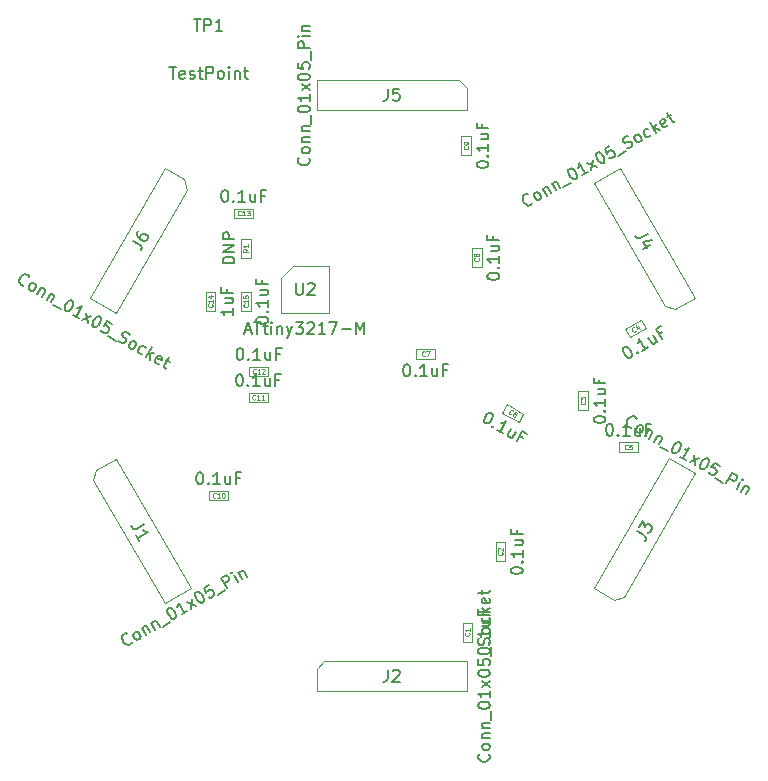
<source format=gbr>
%TF.GenerationSoftware,KiCad,Pcbnew,8.0.8*%
%TF.CreationDate,2025-04-07T13:45:20-04:00*%
%TF.ProjectId,pcb_tile_game_tile_ssa,7063625f-7469-46c6-955f-67616d655f74,1.0*%
%TF.SameCoordinates,Original*%
%TF.FileFunction,AssemblyDrawing,Top*%
%FSLAX46Y46*%
G04 Gerber Fmt 4.6, Leading zero omitted, Abs format (unit mm)*
G04 Created by KiCad (PCBNEW 8.0.8) date 2025-04-07 13:45:20*
%MOMM*%
%LPD*%
G01*
G04 APERTURE LIST*
%ADD10C,0.150000*%
%ADD11C,0.060000*%
%ADD12C,0.100000*%
G04 APERTURE END LIST*
D10*
X150144819Y-95680356D02*
X150144819Y-95585118D01*
X150144819Y-95585118D02*
X150192438Y-95489880D01*
X150192438Y-95489880D02*
X150240057Y-95442261D01*
X150240057Y-95442261D02*
X150335295Y-95394642D01*
X150335295Y-95394642D02*
X150525771Y-95347023D01*
X150525771Y-95347023D02*
X150763866Y-95347023D01*
X150763866Y-95347023D02*
X150954342Y-95394642D01*
X150954342Y-95394642D02*
X151049580Y-95442261D01*
X151049580Y-95442261D02*
X151097200Y-95489880D01*
X151097200Y-95489880D02*
X151144819Y-95585118D01*
X151144819Y-95585118D02*
X151144819Y-95680356D01*
X151144819Y-95680356D02*
X151097200Y-95775594D01*
X151097200Y-95775594D02*
X151049580Y-95823213D01*
X151049580Y-95823213D02*
X150954342Y-95870832D01*
X150954342Y-95870832D02*
X150763866Y-95918451D01*
X150763866Y-95918451D02*
X150525771Y-95918451D01*
X150525771Y-95918451D02*
X150335295Y-95870832D01*
X150335295Y-95870832D02*
X150240057Y-95823213D01*
X150240057Y-95823213D02*
X150192438Y-95775594D01*
X150192438Y-95775594D02*
X150144819Y-95680356D01*
X151049580Y-94918451D02*
X151097200Y-94870832D01*
X151097200Y-94870832D02*
X151144819Y-94918451D01*
X151144819Y-94918451D02*
X151097200Y-94966070D01*
X151097200Y-94966070D02*
X151049580Y-94918451D01*
X151049580Y-94918451D02*
X151144819Y-94918451D01*
X151144819Y-93918452D02*
X151144819Y-94489880D01*
X151144819Y-94204166D02*
X150144819Y-94204166D01*
X150144819Y-94204166D02*
X150287676Y-94299404D01*
X150287676Y-94299404D02*
X150382914Y-94394642D01*
X150382914Y-94394642D02*
X150430533Y-94489880D01*
X150478152Y-93061309D02*
X151144819Y-93061309D01*
X150478152Y-93489880D02*
X151001961Y-93489880D01*
X151001961Y-93489880D02*
X151097200Y-93442261D01*
X151097200Y-93442261D02*
X151144819Y-93347023D01*
X151144819Y-93347023D02*
X151144819Y-93204166D01*
X151144819Y-93204166D02*
X151097200Y-93108928D01*
X151097200Y-93108928D02*
X151049580Y-93061309D01*
X150621009Y-92251785D02*
X150621009Y-92585118D01*
X151144819Y-92585118D02*
X150144819Y-92585118D01*
X150144819Y-92585118D02*
X150144819Y-92108928D01*
D11*
X149403832Y-94104166D02*
X149422880Y-94123214D01*
X149422880Y-94123214D02*
X149441927Y-94180356D01*
X149441927Y-94180356D02*
X149441927Y-94218452D01*
X149441927Y-94218452D02*
X149422880Y-94275595D01*
X149422880Y-94275595D02*
X149384784Y-94313690D01*
X149384784Y-94313690D02*
X149346689Y-94332737D01*
X149346689Y-94332737D02*
X149270499Y-94351785D01*
X149270499Y-94351785D02*
X149213356Y-94351785D01*
X149213356Y-94351785D02*
X149137165Y-94332737D01*
X149137165Y-94332737D02*
X149099070Y-94313690D01*
X149099070Y-94313690D02*
X149060975Y-94275595D01*
X149060975Y-94275595D02*
X149041927Y-94218452D01*
X149041927Y-94218452D02*
X149041927Y-94180356D01*
X149041927Y-94180356D02*
X149060975Y-94123214D01*
X149060975Y-94123214D02*
X149080022Y-94104166D01*
X149080022Y-93951785D02*
X149060975Y-93932737D01*
X149060975Y-93932737D02*
X149041927Y-93894642D01*
X149041927Y-93894642D02*
X149041927Y-93799404D01*
X149041927Y-93799404D02*
X149060975Y-93761309D01*
X149060975Y-93761309D02*
X149080022Y-93742261D01*
X149080022Y-93742261D02*
X149118118Y-93723214D01*
X149118118Y-93723214D02*
X149156213Y-93723214D01*
X149156213Y-93723214D02*
X149213356Y-93742261D01*
X149213356Y-93742261D02*
X149441927Y-93970833D01*
X149441927Y-93970833D02*
X149441927Y-93723214D01*
D10*
X127154643Y-76824820D02*
X127249881Y-76824820D01*
X127249881Y-76824820D02*
X127345119Y-76872439D01*
X127345119Y-76872439D02*
X127392738Y-76920058D01*
X127392738Y-76920058D02*
X127440357Y-77015296D01*
X127440357Y-77015296D02*
X127487976Y-77205772D01*
X127487976Y-77205772D02*
X127487976Y-77443867D01*
X127487976Y-77443867D02*
X127440357Y-77634343D01*
X127440357Y-77634343D02*
X127392738Y-77729581D01*
X127392738Y-77729581D02*
X127345119Y-77777201D01*
X127345119Y-77777201D02*
X127249881Y-77824820D01*
X127249881Y-77824820D02*
X127154643Y-77824820D01*
X127154643Y-77824820D02*
X127059405Y-77777201D01*
X127059405Y-77777201D02*
X127011786Y-77729581D01*
X127011786Y-77729581D02*
X126964167Y-77634343D01*
X126964167Y-77634343D02*
X126916548Y-77443867D01*
X126916548Y-77443867D02*
X126916548Y-77205772D01*
X126916548Y-77205772D02*
X126964167Y-77015296D01*
X126964167Y-77015296D02*
X127011786Y-76920058D01*
X127011786Y-76920058D02*
X127059405Y-76872439D01*
X127059405Y-76872439D02*
X127154643Y-76824820D01*
X127916548Y-77729581D02*
X127964167Y-77777201D01*
X127964167Y-77777201D02*
X127916548Y-77824820D01*
X127916548Y-77824820D02*
X127868929Y-77777201D01*
X127868929Y-77777201D02*
X127916548Y-77729581D01*
X127916548Y-77729581D02*
X127916548Y-77824820D01*
X128916547Y-77824820D02*
X128345119Y-77824820D01*
X128630833Y-77824820D02*
X128630833Y-76824820D01*
X128630833Y-76824820D02*
X128535595Y-76967677D01*
X128535595Y-76967677D02*
X128440357Y-77062915D01*
X128440357Y-77062915D02*
X128345119Y-77110534D01*
X129773690Y-77158153D02*
X129773690Y-77824820D01*
X129345119Y-77158153D02*
X129345119Y-77681962D01*
X129345119Y-77681962D02*
X129392738Y-77777201D01*
X129392738Y-77777201D02*
X129487976Y-77824820D01*
X129487976Y-77824820D02*
X129630833Y-77824820D01*
X129630833Y-77824820D02*
X129726071Y-77777201D01*
X129726071Y-77777201D02*
X129773690Y-77729581D01*
X130583214Y-77301010D02*
X130249881Y-77301010D01*
X130249881Y-77824820D02*
X130249881Y-76824820D01*
X130249881Y-76824820D02*
X130726071Y-76824820D01*
D11*
X128540357Y-78943833D02*
X128521309Y-78962881D01*
X128521309Y-78962881D02*
X128464167Y-78981928D01*
X128464167Y-78981928D02*
X128426071Y-78981928D01*
X128426071Y-78981928D02*
X128368928Y-78962881D01*
X128368928Y-78962881D02*
X128330833Y-78924785D01*
X128330833Y-78924785D02*
X128311786Y-78886690D01*
X128311786Y-78886690D02*
X128292738Y-78810500D01*
X128292738Y-78810500D02*
X128292738Y-78753357D01*
X128292738Y-78753357D02*
X128311786Y-78677166D01*
X128311786Y-78677166D02*
X128330833Y-78639071D01*
X128330833Y-78639071D02*
X128368928Y-78600976D01*
X128368928Y-78600976D02*
X128426071Y-78581928D01*
X128426071Y-78581928D02*
X128464167Y-78581928D01*
X128464167Y-78581928D02*
X128521309Y-78600976D01*
X128521309Y-78600976D02*
X128540357Y-78620023D01*
X128921309Y-78981928D02*
X128692738Y-78981928D01*
X128807024Y-78981928D02*
X128807024Y-78581928D01*
X128807024Y-78581928D02*
X128768928Y-78639071D01*
X128768928Y-78639071D02*
X128730833Y-78677166D01*
X128730833Y-78677166D02*
X128692738Y-78696214D01*
X129073690Y-78620023D02*
X129092738Y-78600976D01*
X129092738Y-78600976D02*
X129130833Y-78581928D01*
X129130833Y-78581928D02*
X129226071Y-78581928D01*
X129226071Y-78581928D02*
X129264166Y-78600976D01*
X129264166Y-78600976D02*
X129283214Y-78620023D01*
X129283214Y-78620023D02*
X129302261Y-78658119D01*
X129302261Y-78658119D02*
X129302261Y-78696214D01*
X129302261Y-78696214D02*
X129283214Y-78753357D01*
X129283214Y-78753357D02*
X129054642Y-78981928D01*
X129054642Y-78981928D02*
X129302261Y-78981928D01*
D10*
X157144819Y-82905356D02*
X157144819Y-82810118D01*
X157144819Y-82810118D02*
X157192438Y-82714880D01*
X157192438Y-82714880D02*
X157240057Y-82667261D01*
X157240057Y-82667261D02*
X157335295Y-82619642D01*
X157335295Y-82619642D02*
X157525771Y-82572023D01*
X157525771Y-82572023D02*
X157763866Y-82572023D01*
X157763866Y-82572023D02*
X157954342Y-82619642D01*
X157954342Y-82619642D02*
X158049580Y-82667261D01*
X158049580Y-82667261D02*
X158097200Y-82714880D01*
X158097200Y-82714880D02*
X158144819Y-82810118D01*
X158144819Y-82810118D02*
X158144819Y-82905356D01*
X158144819Y-82905356D02*
X158097200Y-83000594D01*
X158097200Y-83000594D02*
X158049580Y-83048213D01*
X158049580Y-83048213D02*
X157954342Y-83095832D01*
X157954342Y-83095832D02*
X157763866Y-83143451D01*
X157763866Y-83143451D02*
X157525771Y-83143451D01*
X157525771Y-83143451D02*
X157335295Y-83095832D01*
X157335295Y-83095832D02*
X157240057Y-83048213D01*
X157240057Y-83048213D02*
X157192438Y-83000594D01*
X157192438Y-83000594D02*
X157144819Y-82905356D01*
X158049580Y-82143451D02*
X158097200Y-82095832D01*
X158097200Y-82095832D02*
X158144819Y-82143451D01*
X158144819Y-82143451D02*
X158097200Y-82191070D01*
X158097200Y-82191070D02*
X158049580Y-82143451D01*
X158049580Y-82143451D02*
X158144819Y-82143451D01*
X158144819Y-81143452D02*
X158144819Y-81714880D01*
X158144819Y-81429166D02*
X157144819Y-81429166D01*
X157144819Y-81429166D02*
X157287676Y-81524404D01*
X157287676Y-81524404D02*
X157382914Y-81619642D01*
X157382914Y-81619642D02*
X157430533Y-81714880D01*
X157478152Y-80286309D02*
X158144819Y-80286309D01*
X157478152Y-80714880D02*
X158001961Y-80714880D01*
X158001961Y-80714880D02*
X158097200Y-80667261D01*
X158097200Y-80667261D02*
X158144819Y-80572023D01*
X158144819Y-80572023D02*
X158144819Y-80429166D01*
X158144819Y-80429166D02*
X158097200Y-80333928D01*
X158097200Y-80333928D02*
X158049580Y-80286309D01*
X157621009Y-79476785D02*
X157621009Y-79810118D01*
X158144819Y-79810118D02*
X157144819Y-79810118D01*
X157144819Y-79810118D02*
X157144819Y-79333928D01*
D11*
X156403832Y-81329166D02*
X156422880Y-81348214D01*
X156422880Y-81348214D02*
X156441927Y-81405356D01*
X156441927Y-81405356D02*
X156441927Y-81443452D01*
X156441927Y-81443452D02*
X156422880Y-81500595D01*
X156422880Y-81500595D02*
X156384784Y-81538690D01*
X156384784Y-81538690D02*
X156346689Y-81557737D01*
X156346689Y-81557737D02*
X156270499Y-81576785D01*
X156270499Y-81576785D02*
X156213356Y-81576785D01*
X156213356Y-81576785D02*
X156137165Y-81557737D01*
X156137165Y-81557737D02*
X156099070Y-81538690D01*
X156099070Y-81538690D02*
X156060975Y-81500595D01*
X156060975Y-81500595D02*
X156041927Y-81443452D01*
X156041927Y-81443452D02*
X156041927Y-81405356D01*
X156041927Y-81405356D02*
X156060975Y-81348214D01*
X156060975Y-81348214D02*
X156080022Y-81329166D01*
X156041927Y-81195833D02*
X156041927Y-80948214D01*
X156041927Y-80948214D02*
X156194308Y-81081547D01*
X156194308Y-81081547D02*
X156194308Y-81024404D01*
X156194308Y-81024404D02*
X156213356Y-80986309D01*
X156213356Y-80986309D02*
X156232403Y-80967261D01*
X156232403Y-80967261D02*
X156270499Y-80948214D01*
X156270499Y-80948214D02*
X156365737Y-80948214D01*
X156365737Y-80948214D02*
X156403832Y-80967261D01*
X156403832Y-80967261D02*
X156422880Y-80986309D01*
X156422880Y-80986309D02*
X156441927Y-81024404D01*
X156441927Y-81024404D02*
X156441927Y-81138690D01*
X156441927Y-81138690D02*
X156422880Y-81176785D01*
X156422880Y-81176785D02*
X156403832Y-81195833D01*
D10*
X148269580Y-111195239D02*
X148317200Y-111242858D01*
X148317200Y-111242858D02*
X148364819Y-111385715D01*
X148364819Y-111385715D02*
X148364819Y-111480953D01*
X148364819Y-111480953D02*
X148317200Y-111623810D01*
X148317200Y-111623810D02*
X148221961Y-111719048D01*
X148221961Y-111719048D02*
X148126723Y-111766667D01*
X148126723Y-111766667D02*
X147936247Y-111814286D01*
X147936247Y-111814286D02*
X147793390Y-111814286D01*
X147793390Y-111814286D02*
X147602914Y-111766667D01*
X147602914Y-111766667D02*
X147507676Y-111719048D01*
X147507676Y-111719048D02*
X147412438Y-111623810D01*
X147412438Y-111623810D02*
X147364819Y-111480953D01*
X147364819Y-111480953D02*
X147364819Y-111385715D01*
X147364819Y-111385715D02*
X147412438Y-111242858D01*
X147412438Y-111242858D02*
X147460057Y-111195239D01*
X148364819Y-110623810D02*
X148317200Y-110719048D01*
X148317200Y-110719048D02*
X148269580Y-110766667D01*
X148269580Y-110766667D02*
X148174342Y-110814286D01*
X148174342Y-110814286D02*
X147888628Y-110814286D01*
X147888628Y-110814286D02*
X147793390Y-110766667D01*
X147793390Y-110766667D02*
X147745771Y-110719048D01*
X147745771Y-110719048D02*
X147698152Y-110623810D01*
X147698152Y-110623810D02*
X147698152Y-110480953D01*
X147698152Y-110480953D02*
X147745771Y-110385715D01*
X147745771Y-110385715D02*
X147793390Y-110338096D01*
X147793390Y-110338096D02*
X147888628Y-110290477D01*
X147888628Y-110290477D02*
X148174342Y-110290477D01*
X148174342Y-110290477D02*
X148269580Y-110338096D01*
X148269580Y-110338096D02*
X148317200Y-110385715D01*
X148317200Y-110385715D02*
X148364819Y-110480953D01*
X148364819Y-110480953D02*
X148364819Y-110623810D01*
X147698152Y-109861905D02*
X148364819Y-109861905D01*
X147793390Y-109861905D02*
X147745771Y-109814286D01*
X147745771Y-109814286D02*
X147698152Y-109719048D01*
X147698152Y-109719048D02*
X147698152Y-109576191D01*
X147698152Y-109576191D02*
X147745771Y-109480953D01*
X147745771Y-109480953D02*
X147841009Y-109433334D01*
X147841009Y-109433334D02*
X148364819Y-109433334D01*
X147698152Y-108957143D02*
X148364819Y-108957143D01*
X147793390Y-108957143D02*
X147745771Y-108909524D01*
X147745771Y-108909524D02*
X147698152Y-108814286D01*
X147698152Y-108814286D02*
X147698152Y-108671429D01*
X147698152Y-108671429D02*
X147745771Y-108576191D01*
X147745771Y-108576191D02*
X147841009Y-108528572D01*
X147841009Y-108528572D02*
X148364819Y-108528572D01*
X148460057Y-108290477D02*
X148460057Y-107528572D01*
X147364819Y-107100000D02*
X147364819Y-107004762D01*
X147364819Y-107004762D02*
X147412438Y-106909524D01*
X147412438Y-106909524D02*
X147460057Y-106861905D01*
X147460057Y-106861905D02*
X147555295Y-106814286D01*
X147555295Y-106814286D02*
X147745771Y-106766667D01*
X147745771Y-106766667D02*
X147983866Y-106766667D01*
X147983866Y-106766667D02*
X148174342Y-106814286D01*
X148174342Y-106814286D02*
X148269580Y-106861905D01*
X148269580Y-106861905D02*
X148317200Y-106909524D01*
X148317200Y-106909524D02*
X148364819Y-107004762D01*
X148364819Y-107004762D02*
X148364819Y-107100000D01*
X148364819Y-107100000D02*
X148317200Y-107195238D01*
X148317200Y-107195238D02*
X148269580Y-107242857D01*
X148269580Y-107242857D02*
X148174342Y-107290476D01*
X148174342Y-107290476D02*
X147983866Y-107338095D01*
X147983866Y-107338095D02*
X147745771Y-107338095D01*
X147745771Y-107338095D02*
X147555295Y-107290476D01*
X147555295Y-107290476D02*
X147460057Y-107242857D01*
X147460057Y-107242857D02*
X147412438Y-107195238D01*
X147412438Y-107195238D02*
X147364819Y-107100000D01*
X148364819Y-105814286D02*
X148364819Y-106385714D01*
X148364819Y-106100000D02*
X147364819Y-106100000D01*
X147364819Y-106100000D02*
X147507676Y-106195238D01*
X147507676Y-106195238D02*
X147602914Y-106290476D01*
X147602914Y-106290476D02*
X147650533Y-106385714D01*
X148364819Y-105480952D02*
X147698152Y-104957143D01*
X147698152Y-105480952D02*
X148364819Y-104957143D01*
X147364819Y-104385714D02*
X147364819Y-104290476D01*
X147364819Y-104290476D02*
X147412438Y-104195238D01*
X147412438Y-104195238D02*
X147460057Y-104147619D01*
X147460057Y-104147619D02*
X147555295Y-104100000D01*
X147555295Y-104100000D02*
X147745771Y-104052381D01*
X147745771Y-104052381D02*
X147983866Y-104052381D01*
X147983866Y-104052381D02*
X148174342Y-104100000D01*
X148174342Y-104100000D02*
X148269580Y-104147619D01*
X148269580Y-104147619D02*
X148317200Y-104195238D01*
X148317200Y-104195238D02*
X148364819Y-104290476D01*
X148364819Y-104290476D02*
X148364819Y-104385714D01*
X148364819Y-104385714D02*
X148317200Y-104480952D01*
X148317200Y-104480952D02*
X148269580Y-104528571D01*
X148269580Y-104528571D02*
X148174342Y-104576190D01*
X148174342Y-104576190D02*
X147983866Y-104623809D01*
X147983866Y-104623809D02*
X147745771Y-104623809D01*
X147745771Y-104623809D02*
X147555295Y-104576190D01*
X147555295Y-104576190D02*
X147460057Y-104528571D01*
X147460057Y-104528571D02*
X147412438Y-104480952D01*
X147412438Y-104480952D02*
X147364819Y-104385714D01*
X147364819Y-103147619D02*
X147364819Y-103623809D01*
X147364819Y-103623809D02*
X147841009Y-103671428D01*
X147841009Y-103671428D02*
X147793390Y-103623809D01*
X147793390Y-103623809D02*
X147745771Y-103528571D01*
X147745771Y-103528571D02*
X147745771Y-103290476D01*
X147745771Y-103290476D02*
X147793390Y-103195238D01*
X147793390Y-103195238D02*
X147841009Y-103147619D01*
X147841009Y-103147619D02*
X147936247Y-103100000D01*
X147936247Y-103100000D02*
X148174342Y-103100000D01*
X148174342Y-103100000D02*
X148269580Y-103147619D01*
X148269580Y-103147619D02*
X148317200Y-103195238D01*
X148317200Y-103195238D02*
X148364819Y-103290476D01*
X148364819Y-103290476D02*
X148364819Y-103528571D01*
X148364819Y-103528571D02*
X148317200Y-103623809D01*
X148317200Y-103623809D02*
X148269580Y-103671428D01*
X148460057Y-102909524D02*
X148460057Y-102147619D01*
X148317200Y-101957142D02*
X148364819Y-101814285D01*
X148364819Y-101814285D02*
X148364819Y-101576190D01*
X148364819Y-101576190D02*
X148317200Y-101480952D01*
X148317200Y-101480952D02*
X148269580Y-101433333D01*
X148269580Y-101433333D02*
X148174342Y-101385714D01*
X148174342Y-101385714D02*
X148079104Y-101385714D01*
X148079104Y-101385714D02*
X147983866Y-101433333D01*
X147983866Y-101433333D02*
X147936247Y-101480952D01*
X147936247Y-101480952D02*
X147888628Y-101576190D01*
X147888628Y-101576190D02*
X147841009Y-101766666D01*
X147841009Y-101766666D02*
X147793390Y-101861904D01*
X147793390Y-101861904D02*
X147745771Y-101909523D01*
X147745771Y-101909523D02*
X147650533Y-101957142D01*
X147650533Y-101957142D02*
X147555295Y-101957142D01*
X147555295Y-101957142D02*
X147460057Y-101909523D01*
X147460057Y-101909523D02*
X147412438Y-101861904D01*
X147412438Y-101861904D02*
X147364819Y-101766666D01*
X147364819Y-101766666D02*
X147364819Y-101528571D01*
X147364819Y-101528571D02*
X147412438Y-101385714D01*
X148364819Y-100814285D02*
X148317200Y-100909523D01*
X148317200Y-100909523D02*
X148269580Y-100957142D01*
X148269580Y-100957142D02*
X148174342Y-101004761D01*
X148174342Y-101004761D02*
X147888628Y-101004761D01*
X147888628Y-101004761D02*
X147793390Y-100957142D01*
X147793390Y-100957142D02*
X147745771Y-100909523D01*
X147745771Y-100909523D02*
X147698152Y-100814285D01*
X147698152Y-100814285D02*
X147698152Y-100671428D01*
X147698152Y-100671428D02*
X147745771Y-100576190D01*
X147745771Y-100576190D02*
X147793390Y-100528571D01*
X147793390Y-100528571D02*
X147888628Y-100480952D01*
X147888628Y-100480952D02*
X148174342Y-100480952D01*
X148174342Y-100480952D02*
X148269580Y-100528571D01*
X148269580Y-100528571D02*
X148317200Y-100576190D01*
X148317200Y-100576190D02*
X148364819Y-100671428D01*
X148364819Y-100671428D02*
X148364819Y-100814285D01*
X148317200Y-99623809D02*
X148364819Y-99719047D01*
X148364819Y-99719047D02*
X148364819Y-99909523D01*
X148364819Y-99909523D02*
X148317200Y-100004761D01*
X148317200Y-100004761D02*
X148269580Y-100052380D01*
X148269580Y-100052380D02*
X148174342Y-100099999D01*
X148174342Y-100099999D02*
X147888628Y-100099999D01*
X147888628Y-100099999D02*
X147793390Y-100052380D01*
X147793390Y-100052380D02*
X147745771Y-100004761D01*
X147745771Y-100004761D02*
X147698152Y-99909523D01*
X147698152Y-99909523D02*
X147698152Y-99719047D01*
X147698152Y-99719047D02*
X147745771Y-99623809D01*
X148364819Y-99195237D02*
X147364819Y-99195237D01*
X147983866Y-99099999D02*
X148364819Y-98814285D01*
X147698152Y-98814285D02*
X148079104Y-99195237D01*
X148317200Y-98004761D02*
X148364819Y-98099999D01*
X148364819Y-98099999D02*
X148364819Y-98290475D01*
X148364819Y-98290475D02*
X148317200Y-98385713D01*
X148317200Y-98385713D02*
X148221961Y-98433332D01*
X148221961Y-98433332D02*
X147841009Y-98433332D01*
X147841009Y-98433332D02*
X147745771Y-98385713D01*
X147745771Y-98385713D02*
X147698152Y-98290475D01*
X147698152Y-98290475D02*
X147698152Y-98099999D01*
X147698152Y-98099999D02*
X147745771Y-98004761D01*
X147745771Y-98004761D02*
X147841009Y-97957142D01*
X147841009Y-97957142D02*
X147936247Y-97957142D01*
X147936247Y-97957142D02*
X148031485Y-98433332D01*
X147698152Y-97671427D02*
X147698152Y-97290475D01*
X147364819Y-97528570D02*
X148221961Y-97528570D01*
X148221961Y-97528570D02*
X148317200Y-97480951D01*
X148317200Y-97480951D02*
X148364819Y-97385713D01*
X148364819Y-97385713D02*
X148364819Y-97290475D01*
X139726666Y-104054819D02*
X139726666Y-104769104D01*
X139726666Y-104769104D02*
X139679047Y-104911961D01*
X139679047Y-104911961D02*
X139583809Y-105007200D01*
X139583809Y-105007200D02*
X139440952Y-105054819D01*
X139440952Y-105054819D02*
X139345714Y-105054819D01*
X140155238Y-104150057D02*
X140202857Y-104102438D01*
X140202857Y-104102438D02*
X140298095Y-104054819D01*
X140298095Y-104054819D02*
X140536190Y-104054819D01*
X140536190Y-104054819D02*
X140631428Y-104102438D01*
X140631428Y-104102438D02*
X140679047Y-104150057D01*
X140679047Y-104150057D02*
X140726666Y-104245295D01*
X140726666Y-104245295D02*
X140726666Y-104340533D01*
X140726666Y-104340533D02*
X140679047Y-104483390D01*
X140679047Y-104483390D02*
X140107619Y-105054819D01*
X140107619Y-105054819D02*
X140726666Y-105054819D01*
X126734819Y-69635713D02*
X125734819Y-69635713D01*
X125734819Y-69635713D02*
X125734819Y-69397618D01*
X125734819Y-69397618D02*
X125782438Y-69254761D01*
X125782438Y-69254761D02*
X125877676Y-69159523D01*
X125877676Y-69159523D02*
X125972914Y-69111904D01*
X125972914Y-69111904D02*
X126163390Y-69064285D01*
X126163390Y-69064285D02*
X126306247Y-69064285D01*
X126306247Y-69064285D02*
X126496723Y-69111904D01*
X126496723Y-69111904D02*
X126591961Y-69159523D01*
X126591961Y-69159523D02*
X126687200Y-69254761D01*
X126687200Y-69254761D02*
X126734819Y-69397618D01*
X126734819Y-69397618D02*
X126734819Y-69635713D01*
X126734819Y-68635713D02*
X125734819Y-68635713D01*
X125734819Y-68635713D02*
X126734819Y-68064285D01*
X126734819Y-68064285D02*
X125734819Y-68064285D01*
X126734819Y-67588094D02*
X125734819Y-67588094D01*
X125734819Y-67588094D02*
X125734819Y-67207142D01*
X125734819Y-67207142D02*
X125782438Y-67111904D01*
X125782438Y-67111904D02*
X125830057Y-67064285D01*
X125830057Y-67064285D02*
X125925295Y-67016666D01*
X125925295Y-67016666D02*
X126068152Y-67016666D01*
X126068152Y-67016666D02*
X126163390Y-67064285D01*
X126163390Y-67064285D02*
X126211009Y-67111904D01*
X126211009Y-67111904D02*
X126258628Y-67207142D01*
X126258628Y-67207142D02*
X126258628Y-67588094D01*
D11*
X127891927Y-68416666D02*
X127701451Y-68549999D01*
X127891927Y-68645237D02*
X127491927Y-68645237D01*
X127491927Y-68645237D02*
X127491927Y-68492856D01*
X127491927Y-68492856D02*
X127510975Y-68454761D01*
X127510975Y-68454761D02*
X127530022Y-68435714D01*
X127530022Y-68435714D02*
X127568118Y-68416666D01*
X127568118Y-68416666D02*
X127625260Y-68416666D01*
X127625260Y-68416666D02*
X127663356Y-68435714D01*
X127663356Y-68435714D02*
X127682403Y-68454761D01*
X127682403Y-68454761D02*
X127701451Y-68492856D01*
X127701451Y-68492856D02*
X127701451Y-68645237D01*
X127891927Y-68035714D02*
X127891927Y-68264285D01*
X127891927Y-68149999D02*
X127491927Y-68149999D01*
X127491927Y-68149999D02*
X127549070Y-68188095D01*
X127549070Y-68188095D02*
X127587165Y-68226190D01*
X127587165Y-68226190D02*
X127606213Y-68264285D01*
D10*
X148144819Y-70780356D02*
X148144819Y-70685118D01*
X148144819Y-70685118D02*
X148192438Y-70589880D01*
X148192438Y-70589880D02*
X148240057Y-70542261D01*
X148240057Y-70542261D02*
X148335295Y-70494642D01*
X148335295Y-70494642D02*
X148525771Y-70447023D01*
X148525771Y-70447023D02*
X148763866Y-70447023D01*
X148763866Y-70447023D02*
X148954342Y-70494642D01*
X148954342Y-70494642D02*
X149049580Y-70542261D01*
X149049580Y-70542261D02*
X149097200Y-70589880D01*
X149097200Y-70589880D02*
X149144819Y-70685118D01*
X149144819Y-70685118D02*
X149144819Y-70780356D01*
X149144819Y-70780356D02*
X149097200Y-70875594D01*
X149097200Y-70875594D02*
X149049580Y-70923213D01*
X149049580Y-70923213D02*
X148954342Y-70970832D01*
X148954342Y-70970832D02*
X148763866Y-71018451D01*
X148763866Y-71018451D02*
X148525771Y-71018451D01*
X148525771Y-71018451D02*
X148335295Y-70970832D01*
X148335295Y-70970832D02*
X148240057Y-70923213D01*
X148240057Y-70923213D02*
X148192438Y-70875594D01*
X148192438Y-70875594D02*
X148144819Y-70780356D01*
X149049580Y-70018451D02*
X149097200Y-69970832D01*
X149097200Y-69970832D02*
X149144819Y-70018451D01*
X149144819Y-70018451D02*
X149097200Y-70066070D01*
X149097200Y-70066070D02*
X149049580Y-70018451D01*
X149049580Y-70018451D02*
X149144819Y-70018451D01*
X149144819Y-69018452D02*
X149144819Y-69589880D01*
X149144819Y-69304166D02*
X148144819Y-69304166D01*
X148144819Y-69304166D02*
X148287676Y-69399404D01*
X148287676Y-69399404D02*
X148382914Y-69494642D01*
X148382914Y-69494642D02*
X148430533Y-69589880D01*
X148478152Y-68161309D02*
X149144819Y-68161309D01*
X148478152Y-68589880D02*
X149001961Y-68589880D01*
X149001961Y-68589880D02*
X149097200Y-68542261D01*
X149097200Y-68542261D02*
X149144819Y-68447023D01*
X149144819Y-68447023D02*
X149144819Y-68304166D01*
X149144819Y-68304166D02*
X149097200Y-68208928D01*
X149097200Y-68208928D02*
X149049580Y-68161309D01*
X148621009Y-67351785D02*
X148621009Y-67685118D01*
X149144819Y-67685118D02*
X148144819Y-67685118D01*
X148144819Y-67685118D02*
X148144819Y-67208928D01*
D11*
X147403832Y-69204166D02*
X147422880Y-69223214D01*
X147422880Y-69223214D02*
X147441927Y-69280356D01*
X147441927Y-69280356D02*
X147441927Y-69318452D01*
X147441927Y-69318452D02*
X147422880Y-69375595D01*
X147422880Y-69375595D02*
X147384784Y-69413690D01*
X147384784Y-69413690D02*
X147346689Y-69432737D01*
X147346689Y-69432737D02*
X147270499Y-69451785D01*
X147270499Y-69451785D02*
X147213356Y-69451785D01*
X147213356Y-69451785D02*
X147137165Y-69432737D01*
X147137165Y-69432737D02*
X147099070Y-69413690D01*
X147099070Y-69413690D02*
X147060975Y-69375595D01*
X147060975Y-69375595D02*
X147041927Y-69318452D01*
X147041927Y-69318452D02*
X147041927Y-69280356D01*
X147041927Y-69280356D02*
X147060975Y-69223214D01*
X147060975Y-69223214D02*
X147080022Y-69204166D01*
X147213356Y-68975595D02*
X147194308Y-69013690D01*
X147194308Y-69013690D02*
X147175260Y-69032737D01*
X147175260Y-69032737D02*
X147137165Y-69051785D01*
X147137165Y-69051785D02*
X147118118Y-69051785D01*
X147118118Y-69051785D02*
X147080022Y-69032737D01*
X147080022Y-69032737D02*
X147060975Y-69013690D01*
X147060975Y-69013690D02*
X147041927Y-68975595D01*
X147041927Y-68975595D02*
X147041927Y-68899404D01*
X147041927Y-68899404D02*
X147060975Y-68861309D01*
X147060975Y-68861309D02*
X147080022Y-68842261D01*
X147080022Y-68842261D02*
X147118118Y-68823214D01*
X147118118Y-68823214D02*
X147137165Y-68823214D01*
X147137165Y-68823214D02*
X147175260Y-68842261D01*
X147175260Y-68842261D02*
X147194308Y-68861309D01*
X147194308Y-68861309D02*
X147213356Y-68899404D01*
X147213356Y-68899404D02*
X147213356Y-68975595D01*
X147213356Y-68975595D02*
X147232403Y-69013690D01*
X147232403Y-69013690D02*
X147251451Y-69032737D01*
X147251451Y-69032737D02*
X147289546Y-69051785D01*
X147289546Y-69051785D02*
X147365737Y-69051785D01*
X147365737Y-69051785D02*
X147403832Y-69032737D01*
X147403832Y-69032737D02*
X147422880Y-69013690D01*
X147422880Y-69013690D02*
X147441927Y-68975595D01*
X147441927Y-68975595D02*
X147441927Y-68899404D01*
X147441927Y-68899404D02*
X147422880Y-68861309D01*
X147422880Y-68861309D02*
X147403832Y-68842261D01*
X147403832Y-68842261D02*
X147365737Y-68823214D01*
X147365737Y-68823214D02*
X147289546Y-68823214D01*
X147289546Y-68823214D02*
X147251451Y-68842261D01*
X147251451Y-68842261D02*
X147232403Y-68861309D01*
X147232403Y-68861309D02*
X147213356Y-68899404D01*
D10*
X128594819Y-74492856D02*
X128594819Y-74397618D01*
X128594819Y-74397618D02*
X128642438Y-74302380D01*
X128642438Y-74302380D02*
X128690057Y-74254761D01*
X128690057Y-74254761D02*
X128785295Y-74207142D01*
X128785295Y-74207142D02*
X128975771Y-74159523D01*
X128975771Y-74159523D02*
X129213866Y-74159523D01*
X129213866Y-74159523D02*
X129404342Y-74207142D01*
X129404342Y-74207142D02*
X129499580Y-74254761D01*
X129499580Y-74254761D02*
X129547200Y-74302380D01*
X129547200Y-74302380D02*
X129594819Y-74397618D01*
X129594819Y-74397618D02*
X129594819Y-74492856D01*
X129594819Y-74492856D02*
X129547200Y-74588094D01*
X129547200Y-74588094D02*
X129499580Y-74635713D01*
X129499580Y-74635713D02*
X129404342Y-74683332D01*
X129404342Y-74683332D02*
X129213866Y-74730951D01*
X129213866Y-74730951D02*
X128975771Y-74730951D01*
X128975771Y-74730951D02*
X128785295Y-74683332D01*
X128785295Y-74683332D02*
X128690057Y-74635713D01*
X128690057Y-74635713D02*
X128642438Y-74588094D01*
X128642438Y-74588094D02*
X128594819Y-74492856D01*
X129499580Y-73730951D02*
X129547200Y-73683332D01*
X129547200Y-73683332D02*
X129594819Y-73730951D01*
X129594819Y-73730951D02*
X129547200Y-73778570D01*
X129547200Y-73778570D02*
X129499580Y-73730951D01*
X129499580Y-73730951D02*
X129594819Y-73730951D01*
X129594819Y-72730952D02*
X129594819Y-73302380D01*
X129594819Y-73016666D02*
X128594819Y-73016666D01*
X128594819Y-73016666D02*
X128737676Y-73111904D01*
X128737676Y-73111904D02*
X128832914Y-73207142D01*
X128832914Y-73207142D02*
X128880533Y-73302380D01*
X128928152Y-71873809D02*
X129594819Y-71873809D01*
X128928152Y-72302380D02*
X129451961Y-72302380D01*
X129451961Y-72302380D02*
X129547200Y-72254761D01*
X129547200Y-72254761D02*
X129594819Y-72159523D01*
X129594819Y-72159523D02*
X129594819Y-72016666D01*
X129594819Y-72016666D02*
X129547200Y-71921428D01*
X129547200Y-71921428D02*
X129499580Y-71873809D01*
X129071009Y-71064285D02*
X129071009Y-71397618D01*
X129594819Y-71397618D02*
X128594819Y-71397618D01*
X128594819Y-71397618D02*
X128594819Y-70921428D01*
D11*
X127853832Y-73107142D02*
X127872880Y-73126190D01*
X127872880Y-73126190D02*
X127891927Y-73183332D01*
X127891927Y-73183332D02*
X127891927Y-73221428D01*
X127891927Y-73221428D02*
X127872880Y-73278571D01*
X127872880Y-73278571D02*
X127834784Y-73316666D01*
X127834784Y-73316666D02*
X127796689Y-73335713D01*
X127796689Y-73335713D02*
X127720499Y-73354761D01*
X127720499Y-73354761D02*
X127663356Y-73354761D01*
X127663356Y-73354761D02*
X127587165Y-73335713D01*
X127587165Y-73335713D02*
X127549070Y-73316666D01*
X127549070Y-73316666D02*
X127510975Y-73278571D01*
X127510975Y-73278571D02*
X127491927Y-73221428D01*
X127491927Y-73221428D02*
X127491927Y-73183332D01*
X127491927Y-73183332D02*
X127510975Y-73126190D01*
X127510975Y-73126190D02*
X127530022Y-73107142D01*
X127891927Y-72726190D02*
X127891927Y-72954761D01*
X127891927Y-72840475D02*
X127491927Y-72840475D01*
X127491927Y-72840475D02*
X127549070Y-72878571D01*
X127549070Y-72878571D02*
X127587165Y-72916666D01*
X127587165Y-72916666D02*
X127606213Y-72954761D01*
X127491927Y-72364285D02*
X127491927Y-72554761D01*
X127491927Y-72554761D02*
X127682403Y-72573809D01*
X127682403Y-72573809D02*
X127663356Y-72554761D01*
X127663356Y-72554761D02*
X127644308Y-72516666D01*
X127644308Y-72516666D02*
X127644308Y-72421428D01*
X127644308Y-72421428D02*
X127663356Y-72383333D01*
X127663356Y-72383333D02*
X127682403Y-72364285D01*
X127682403Y-72364285D02*
X127720499Y-72345238D01*
X127720499Y-72345238D02*
X127815737Y-72345238D01*
X127815737Y-72345238D02*
X127853832Y-72364285D01*
X127853832Y-72364285D02*
X127872880Y-72383333D01*
X127872880Y-72383333D02*
X127891927Y-72421428D01*
X127891927Y-72421428D02*
X127891927Y-72516666D01*
X127891927Y-72516666D02*
X127872880Y-72554761D01*
X127872880Y-72554761D02*
X127853832Y-72573809D01*
D10*
X148441781Y-82276097D02*
X148524260Y-82323716D01*
X148524260Y-82323716D02*
X148582929Y-82412574D01*
X148582929Y-82412574D02*
X148600359Y-82477623D01*
X148600359Y-82477623D02*
X148593979Y-82583911D01*
X148593979Y-82583911D02*
X148539980Y-82772678D01*
X148539980Y-82772678D02*
X148420933Y-82978874D01*
X148420933Y-82978874D02*
X148284455Y-83120022D01*
X148284455Y-83120022D02*
X148195597Y-83178691D01*
X148195597Y-83178691D02*
X148130548Y-83196121D01*
X148130548Y-83196121D02*
X148024260Y-83189741D01*
X148024260Y-83189741D02*
X147941781Y-83142122D01*
X147941781Y-83142122D02*
X147883112Y-83053264D01*
X147883112Y-83053264D02*
X147865683Y-82988215D01*
X147865683Y-82988215D02*
X147872062Y-82881927D01*
X147872062Y-82881927D02*
X147926061Y-82693160D01*
X147926061Y-82693160D02*
X148045109Y-82486963D01*
X148045109Y-82486963D02*
X148181586Y-82345816D01*
X148181586Y-82345816D02*
X148270444Y-82287147D01*
X148270444Y-82287147D02*
X148335493Y-82269717D01*
X148335493Y-82269717D02*
X148441781Y-82276097D01*
X148649229Y-83440596D02*
X148666659Y-83505645D01*
X148666659Y-83505645D02*
X148601610Y-83523074D01*
X148601610Y-83523074D02*
X148584181Y-83458026D01*
X148584181Y-83458026D02*
X148649229Y-83440596D01*
X148649229Y-83440596D02*
X148601610Y-83523074D01*
X149467635Y-84023074D02*
X148972764Y-83737360D01*
X149220200Y-83880217D02*
X149720200Y-83014192D01*
X149720200Y-83014192D02*
X149566292Y-83090291D01*
X149566292Y-83090291D02*
X149436195Y-83125150D01*
X149436195Y-83125150D02*
X149329907Y-83118770D01*
X150543276Y-83874295D02*
X150209943Y-84451646D01*
X150172122Y-83660010D02*
X149910218Y-84113642D01*
X149910218Y-84113642D02*
X149903838Y-84219930D01*
X149903838Y-84219930D02*
X149962507Y-84308789D01*
X149962507Y-84308789D02*
X150086225Y-84380217D01*
X150086225Y-84380217D02*
X150192513Y-84386597D01*
X150192513Y-84386597D02*
X150257562Y-84369167D01*
X151172916Y-84402775D02*
X150884241Y-84236109D01*
X150622336Y-84689741D02*
X151122336Y-83823716D01*
X151122336Y-83823716D02*
X151534729Y-84061811D01*
D11*
X150177295Y-82422479D02*
X150151276Y-82429451D01*
X150151276Y-82429451D02*
X150092265Y-82417375D01*
X150092265Y-82417375D02*
X150059273Y-82398327D01*
X150059273Y-82398327D02*
X150019310Y-82353260D01*
X150019310Y-82353260D02*
X150005366Y-82301221D01*
X150005366Y-82301221D02*
X150007918Y-82258706D01*
X150007918Y-82258706D02*
X150029518Y-82183199D01*
X150029518Y-82183199D02*
X150058089Y-82133712D01*
X150058089Y-82133712D02*
X150112680Y-82077253D01*
X150112680Y-82077253D02*
X150148223Y-82053785D01*
X150148223Y-82053785D02*
X150200263Y-82039841D01*
X150200263Y-82039841D02*
X150259273Y-82051917D01*
X150259273Y-82051917D02*
X150292265Y-82070965D01*
X150292265Y-82070965D02*
X150332228Y-82116032D01*
X150332228Y-82116032D02*
X150339200Y-82142051D01*
X150655171Y-82280489D02*
X150589188Y-82242393D01*
X150589188Y-82242393D02*
X150546673Y-82239841D01*
X150546673Y-82239841D02*
X150520653Y-82246813D01*
X150520653Y-82246813D02*
X150459090Y-82277253D01*
X150459090Y-82277253D02*
X150404499Y-82333712D01*
X150404499Y-82333712D02*
X150328309Y-82465678D01*
X150328309Y-82465678D02*
X150325757Y-82508193D01*
X150325757Y-82508193D02*
X150332729Y-82534213D01*
X150332729Y-82534213D02*
X150356196Y-82569756D01*
X150356196Y-82569756D02*
X150422179Y-82607851D01*
X150422179Y-82607851D02*
X150464695Y-82610403D01*
X150464695Y-82610403D02*
X150490714Y-82603431D01*
X150490714Y-82603431D02*
X150526258Y-82579964D01*
X150526258Y-82579964D02*
X150573877Y-82497485D01*
X150573877Y-82497485D02*
X150576428Y-82454970D01*
X150576428Y-82454970D02*
X150569457Y-82428950D01*
X150569457Y-82428950D02*
X150545989Y-82393407D01*
X150545989Y-82393407D02*
X150480006Y-82355312D01*
X150480006Y-82355312D02*
X150437491Y-82352760D01*
X150437491Y-82352760D02*
X150411471Y-82359732D01*
X150411471Y-82359732D02*
X150375928Y-82383199D01*
D10*
X160387026Y-83529396D02*
X160321977Y-83546825D01*
X160321977Y-83546825D02*
X160174450Y-83516636D01*
X160174450Y-83516636D02*
X160091971Y-83469017D01*
X160091971Y-83469017D02*
X159992063Y-83356349D01*
X159992063Y-83356349D02*
X159957203Y-83226252D01*
X159957203Y-83226252D02*
X159963583Y-83119963D01*
X159963583Y-83119963D02*
X160017582Y-82931197D01*
X160017582Y-82931197D02*
X160089010Y-82807479D01*
X160089010Y-82807479D02*
X160225488Y-82666331D01*
X160225488Y-82666331D02*
X160314346Y-82607662D01*
X160314346Y-82607662D02*
X160444444Y-82572802D01*
X160444444Y-82572802D02*
X160591971Y-82602992D01*
X160591971Y-82602992D02*
X160674450Y-82650611D01*
X160674450Y-82650611D02*
X160774358Y-82763279D01*
X160774358Y-82763279D02*
X160791788Y-82828327D01*
X160834279Y-83897589D02*
X160775610Y-83808730D01*
X160775610Y-83808730D02*
X160758180Y-83743681D01*
X160758180Y-83743681D02*
X160764560Y-83637393D01*
X160764560Y-83637393D02*
X160907417Y-83389957D01*
X160907417Y-83389957D02*
X160996275Y-83331288D01*
X160996275Y-83331288D02*
X161061324Y-83313859D01*
X161061324Y-83313859D02*
X161167612Y-83320238D01*
X161167612Y-83320238D02*
X161291330Y-83391667D01*
X161291330Y-83391667D02*
X161349999Y-83480525D01*
X161349999Y-83480525D02*
X161367429Y-83545574D01*
X161367429Y-83545574D02*
X161361049Y-83651862D01*
X161361049Y-83651862D02*
X161218192Y-83899298D01*
X161218192Y-83899298D02*
X161129334Y-83957967D01*
X161129334Y-83957967D02*
X161064285Y-83975397D01*
X161064285Y-83975397D02*
X160957997Y-83969017D01*
X160957997Y-83969017D02*
X160834279Y-83897589D01*
X161827441Y-83701191D02*
X161494108Y-84278541D01*
X161779822Y-83783669D02*
X161844871Y-83766240D01*
X161844871Y-83766240D02*
X161951159Y-83772619D01*
X161951159Y-83772619D02*
X162074877Y-83844048D01*
X162074877Y-83844048D02*
X162133546Y-83932906D01*
X162133546Y-83932906D02*
X162127166Y-84039194D01*
X162127166Y-84039194D02*
X161865262Y-84492827D01*
X162610988Y-84153572D02*
X162277655Y-84730922D01*
X162563369Y-84236050D02*
X162628418Y-84218621D01*
X162628418Y-84218621D02*
X162734706Y-84225000D01*
X162734706Y-84225000D02*
X162858424Y-84296429D01*
X162858424Y-84296429D02*
X162917093Y-84385287D01*
X162917093Y-84385287D02*
X162910713Y-84491575D01*
X162910713Y-84491575D02*
X162648808Y-84945208D01*
X162807386Y-85146734D02*
X163467215Y-85527686D01*
X164385988Y-84793468D02*
X164468466Y-84841087D01*
X164468466Y-84841087D02*
X164527136Y-84929946D01*
X164527136Y-84929946D02*
X164544565Y-84994994D01*
X164544565Y-84994994D02*
X164538186Y-85101283D01*
X164538186Y-85101283D02*
X164484187Y-85290049D01*
X164484187Y-85290049D02*
X164365139Y-85496246D01*
X164365139Y-85496246D02*
X164228662Y-85637393D01*
X164228662Y-85637393D02*
X164139803Y-85696063D01*
X164139803Y-85696063D02*
X164074755Y-85713492D01*
X164074755Y-85713492D02*
X163968466Y-85707113D01*
X163968466Y-85707113D02*
X163885988Y-85659494D01*
X163885988Y-85659494D02*
X163827319Y-85570635D01*
X163827319Y-85570635D02*
X163809889Y-85505586D01*
X163809889Y-85505586D02*
X163816269Y-85399298D01*
X163816269Y-85399298D02*
X163870267Y-85210532D01*
X163870267Y-85210532D02*
X163989315Y-85004335D01*
X163989315Y-85004335D02*
X164125793Y-84863187D01*
X164125793Y-84863187D02*
X164214651Y-84804518D01*
X164214651Y-84804518D02*
X164279700Y-84787088D01*
X164279700Y-84787088D02*
X164385988Y-84793468D01*
X164999449Y-86302351D02*
X164504577Y-86016636D01*
X164752013Y-86159494D02*
X165252013Y-85293468D01*
X165252013Y-85293468D02*
X165098106Y-85369567D01*
X165098106Y-85369567D02*
X164968008Y-85404427D01*
X164968008Y-85404427D02*
X164861720Y-85398047D01*
X165288124Y-86469017D02*
X166075090Y-86153572D01*
X165621458Y-85891667D02*
X165741757Y-86730922D01*
X166736628Y-86150611D02*
X166819107Y-86198230D01*
X166819107Y-86198230D02*
X166877776Y-86287089D01*
X166877776Y-86287089D02*
X166895206Y-86352137D01*
X166895206Y-86352137D02*
X166888826Y-86458426D01*
X166888826Y-86458426D02*
X166834827Y-86647192D01*
X166834827Y-86647192D02*
X166715780Y-86853389D01*
X166715780Y-86853389D02*
X166579302Y-86994536D01*
X166579302Y-86994536D02*
X166490444Y-87053206D01*
X166490444Y-87053206D02*
X166425395Y-87070635D01*
X166425395Y-87070635D02*
X166319107Y-87064256D01*
X166319107Y-87064256D02*
X166236628Y-87016637D01*
X166236628Y-87016637D02*
X166177959Y-86927778D01*
X166177959Y-86927778D02*
X166160530Y-86862729D01*
X166160530Y-86862729D02*
X166166909Y-86756441D01*
X166166909Y-86756441D02*
X166220908Y-86567675D01*
X166220908Y-86567675D02*
X166339956Y-86361478D01*
X166339956Y-86361478D02*
X166476433Y-86220330D01*
X166476433Y-86220330D02*
X166565291Y-86161661D01*
X166565291Y-86161661D02*
X166630340Y-86144231D01*
X166630340Y-86144231D02*
X166736628Y-86150611D01*
X167808850Y-86769659D02*
X167396457Y-86531564D01*
X167396457Y-86531564D02*
X167117123Y-86920147D01*
X167117123Y-86920147D02*
X167182172Y-86902717D01*
X167182172Y-86902717D02*
X167288460Y-86909097D01*
X167288460Y-86909097D02*
X167494656Y-87028145D01*
X167494656Y-87028145D02*
X167553325Y-87117003D01*
X167553325Y-87117003D02*
X167570755Y-87182052D01*
X167570755Y-87182052D02*
X167564375Y-87288340D01*
X167564375Y-87288340D02*
X167445328Y-87494537D01*
X167445328Y-87494537D02*
X167356469Y-87553206D01*
X167356469Y-87553206D02*
X167291421Y-87570635D01*
X167291421Y-87570635D02*
X167185133Y-87564256D01*
X167185133Y-87564256D02*
X166978936Y-87445208D01*
X166978936Y-87445208D02*
X166920267Y-87356350D01*
X166920267Y-87356350D02*
X166902837Y-87291301D01*
X167467428Y-87837210D02*
X168127257Y-88218163D01*
X168381073Y-88254732D02*
X168881073Y-87388707D01*
X168881073Y-87388707D02*
X169210987Y-87579183D01*
X169210987Y-87579183D02*
X169269656Y-87668041D01*
X169269656Y-87668041D02*
X169287086Y-87733090D01*
X169287086Y-87733090D02*
X169280706Y-87839378D01*
X169280706Y-87839378D02*
X169209278Y-87963096D01*
X169209278Y-87963096D02*
X169120419Y-88021765D01*
X169120419Y-88021765D02*
X169055370Y-88039195D01*
X169055370Y-88039195D02*
X168949082Y-88032815D01*
X168949082Y-88032815D02*
X168619168Y-87842339D01*
X169247098Y-88754732D02*
X169580431Y-88177382D01*
X169747098Y-87888707D02*
X169682049Y-87906136D01*
X169682049Y-87906136D02*
X169699479Y-87971185D01*
X169699479Y-87971185D02*
X169764528Y-87953755D01*
X169764528Y-87953755D02*
X169747098Y-87888707D01*
X169747098Y-87888707D02*
X169699479Y-87971185D01*
X169992824Y-88415477D02*
X169659491Y-88992827D01*
X169945205Y-88497955D02*
X170010254Y-88480526D01*
X170010254Y-88480526D02*
X170116542Y-88486905D01*
X170116542Y-88486905D02*
X170240260Y-88558334D01*
X170240260Y-88558334D02*
X170298929Y-88647192D01*
X170298929Y-88647192D02*
X170292549Y-88753480D01*
X170292549Y-88753480D02*
X170030644Y-89207113D01*
X160821192Y-92306084D02*
X161439782Y-92663227D01*
X161439782Y-92663227D02*
X161539690Y-92775895D01*
X161539690Y-92775895D02*
X161574550Y-92905993D01*
X161574550Y-92905993D02*
X161544360Y-93053520D01*
X161544360Y-93053520D02*
X161496741Y-93135999D01*
X161011669Y-91976170D02*
X161321192Y-91440059D01*
X161321192Y-91440059D02*
X161484440Y-91919210D01*
X161484440Y-91919210D02*
X161555869Y-91795492D01*
X161555869Y-91795492D02*
X161644727Y-91736823D01*
X161644727Y-91736823D02*
X161709776Y-91719393D01*
X161709776Y-91719393D02*
X161816064Y-91725773D01*
X161816064Y-91725773D02*
X162022261Y-91844821D01*
X162022261Y-91844821D02*
X162080930Y-91933679D01*
X162080930Y-91933679D02*
X162098359Y-91998728D01*
X162098359Y-91998728D02*
X162091980Y-92105016D01*
X162091980Y-92105016D02*
X161949122Y-92352452D01*
X161949122Y-92352452D02*
X161860264Y-92411121D01*
X161860264Y-92411121D02*
X161795215Y-92428551D01*
X125879643Y-63424819D02*
X125974881Y-63424819D01*
X125974881Y-63424819D02*
X126070119Y-63472438D01*
X126070119Y-63472438D02*
X126117738Y-63520057D01*
X126117738Y-63520057D02*
X126165357Y-63615295D01*
X126165357Y-63615295D02*
X126212976Y-63805771D01*
X126212976Y-63805771D02*
X126212976Y-64043866D01*
X126212976Y-64043866D02*
X126165357Y-64234342D01*
X126165357Y-64234342D02*
X126117738Y-64329580D01*
X126117738Y-64329580D02*
X126070119Y-64377200D01*
X126070119Y-64377200D02*
X125974881Y-64424819D01*
X125974881Y-64424819D02*
X125879643Y-64424819D01*
X125879643Y-64424819D02*
X125784405Y-64377200D01*
X125784405Y-64377200D02*
X125736786Y-64329580D01*
X125736786Y-64329580D02*
X125689167Y-64234342D01*
X125689167Y-64234342D02*
X125641548Y-64043866D01*
X125641548Y-64043866D02*
X125641548Y-63805771D01*
X125641548Y-63805771D02*
X125689167Y-63615295D01*
X125689167Y-63615295D02*
X125736786Y-63520057D01*
X125736786Y-63520057D02*
X125784405Y-63472438D01*
X125784405Y-63472438D02*
X125879643Y-63424819D01*
X126641548Y-64329580D02*
X126689167Y-64377200D01*
X126689167Y-64377200D02*
X126641548Y-64424819D01*
X126641548Y-64424819D02*
X126593929Y-64377200D01*
X126593929Y-64377200D02*
X126641548Y-64329580D01*
X126641548Y-64329580D02*
X126641548Y-64424819D01*
X127641547Y-64424819D02*
X127070119Y-64424819D01*
X127355833Y-64424819D02*
X127355833Y-63424819D01*
X127355833Y-63424819D02*
X127260595Y-63567676D01*
X127260595Y-63567676D02*
X127165357Y-63662914D01*
X127165357Y-63662914D02*
X127070119Y-63710533D01*
X128498690Y-63758152D02*
X128498690Y-64424819D01*
X128070119Y-63758152D02*
X128070119Y-64281961D01*
X128070119Y-64281961D02*
X128117738Y-64377200D01*
X128117738Y-64377200D02*
X128212976Y-64424819D01*
X128212976Y-64424819D02*
X128355833Y-64424819D01*
X128355833Y-64424819D02*
X128451071Y-64377200D01*
X128451071Y-64377200D02*
X128498690Y-64329580D01*
X129308214Y-63901009D02*
X128974881Y-63901009D01*
X128974881Y-64424819D02*
X128974881Y-63424819D01*
X128974881Y-63424819D02*
X129451071Y-63424819D01*
D11*
X127265357Y-65543833D02*
X127246309Y-65562881D01*
X127246309Y-65562881D02*
X127189167Y-65581928D01*
X127189167Y-65581928D02*
X127151071Y-65581928D01*
X127151071Y-65581928D02*
X127093928Y-65562881D01*
X127093928Y-65562881D02*
X127055833Y-65524785D01*
X127055833Y-65524785D02*
X127036786Y-65486690D01*
X127036786Y-65486690D02*
X127017738Y-65410500D01*
X127017738Y-65410500D02*
X127017738Y-65353357D01*
X127017738Y-65353357D02*
X127036786Y-65277166D01*
X127036786Y-65277166D02*
X127055833Y-65239071D01*
X127055833Y-65239071D02*
X127093928Y-65200976D01*
X127093928Y-65200976D02*
X127151071Y-65181928D01*
X127151071Y-65181928D02*
X127189167Y-65181928D01*
X127189167Y-65181928D02*
X127246309Y-65200976D01*
X127246309Y-65200976D02*
X127265357Y-65220023D01*
X127646309Y-65581928D02*
X127417738Y-65581928D01*
X127532024Y-65581928D02*
X127532024Y-65181928D01*
X127532024Y-65181928D02*
X127493928Y-65239071D01*
X127493928Y-65239071D02*
X127455833Y-65277166D01*
X127455833Y-65277166D02*
X127417738Y-65296214D01*
X127779642Y-65181928D02*
X128027261Y-65181928D01*
X128027261Y-65181928D02*
X127893928Y-65334309D01*
X127893928Y-65334309D02*
X127951071Y-65334309D01*
X127951071Y-65334309D02*
X127989166Y-65353357D01*
X127989166Y-65353357D02*
X128008214Y-65372404D01*
X128008214Y-65372404D02*
X128027261Y-65410500D01*
X128027261Y-65410500D02*
X128027261Y-65505738D01*
X128027261Y-65505738D02*
X128008214Y-65543833D01*
X128008214Y-65543833D02*
X127989166Y-65562881D01*
X127989166Y-65562881D02*
X127951071Y-65581928D01*
X127951071Y-65581928D02*
X127836785Y-65581928D01*
X127836785Y-65581928D02*
X127798690Y-65562881D01*
X127798690Y-65562881D02*
X127779642Y-65543833D01*
D10*
X147244819Y-61305356D02*
X147244819Y-61210118D01*
X147244819Y-61210118D02*
X147292438Y-61114880D01*
X147292438Y-61114880D02*
X147340057Y-61067261D01*
X147340057Y-61067261D02*
X147435295Y-61019642D01*
X147435295Y-61019642D02*
X147625771Y-60972023D01*
X147625771Y-60972023D02*
X147863866Y-60972023D01*
X147863866Y-60972023D02*
X148054342Y-61019642D01*
X148054342Y-61019642D02*
X148149580Y-61067261D01*
X148149580Y-61067261D02*
X148197200Y-61114880D01*
X148197200Y-61114880D02*
X148244819Y-61210118D01*
X148244819Y-61210118D02*
X148244819Y-61305356D01*
X148244819Y-61305356D02*
X148197200Y-61400594D01*
X148197200Y-61400594D02*
X148149580Y-61448213D01*
X148149580Y-61448213D02*
X148054342Y-61495832D01*
X148054342Y-61495832D02*
X147863866Y-61543451D01*
X147863866Y-61543451D02*
X147625771Y-61543451D01*
X147625771Y-61543451D02*
X147435295Y-61495832D01*
X147435295Y-61495832D02*
X147340057Y-61448213D01*
X147340057Y-61448213D02*
X147292438Y-61400594D01*
X147292438Y-61400594D02*
X147244819Y-61305356D01*
X148149580Y-60543451D02*
X148197200Y-60495832D01*
X148197200Y-60495832D02*
X148244819Y-60543451D01*
X148244819Y-60543451D02*
X148197200Y-60591070D01*
X148197200Y-60591070D02*
X148149580Y-60543451D01*
X148149580Y-60543451D02*
X148244819Y-60543451D01*
X148244819Y-59543452D02*
X148244819Y-60114880D01*
X148244819Y-59829166D02*
X147244819Y-59829166D01*
X147244819Y-59829166D02*
X147387676Y-59924404D01*
X147387676Y-59924404D02*
X147482914Y-60019642D01*
X147482914Y-60019642D02*
X147530533Y-60114880D01*
X147578152Y-58686309D02*
X148244819Y-58686309D01*
X147578152Y-59114880D02*
X148101961Y-59114880D01*
X148101961Y-59114880D02*
X148197200Y-59067261D01*
X148197200Y-59067261D02*
X148244819Y-58972023D01*
X148244819Y-58972023D02*
X148244819Y-58829166D01*
X148244819Y-58829166D02*
X148197200Y-58733928D01*
X148197200Y-58733928D02*
X148149580Y-58686309D01*
X147721009Y-57876785D02*
X147721009Y-58210118D01*
X148244819Y-58210118D02*
X147244819Y-58210118D01*
X147244819Y-58210118D02*
X147244819Y-57733928D01*
D11*
X146503832Y-59729166D02*
X146522880Y-59748214D01*
X146522880Y-59748214D02*
X146541927Y-59805356D01*
X146541927Y-59805356D02*
X146541927Y-59843452D01*
X146541927Y-59843452D02*
X146522880Y-59900595D01*
X146522880Y-59900595D02*
X146484784Y-59938690D01*
X146484784Y-59938690D02*
X146446689Y-59957737D01*
X146446689Y-59957737D02*
X146370499Y-59976785D01*
X146370499Y-59976785D02*
X146313356Y-59976785D01*
X146313356Y-59976785D02*
X146237165Y-59957737D01*
X146237165Y-59957737D02*
X146199070Y-59938690D01*
X146199070Y-59938690D02*
X146160975Y-59900595D01*
X146160975Y-59900595D02*
X146141927Y-59843452D01*
X146141927Y-59843452D02*
X146141927Y-59805356D01*
X146141927Y-59805356D02*
X146160975Y-59748214D01*
X146160975Y-59748214D02*
X146180022Y-59729166D01*
X146541927Y-59538690D02*
X146541927Y-59462499D01*
X146541927Y-59462499D02*
X146522880Y-59424404D01*
X146522880Y-59424404D02*
X146503832Y-59405356D01*
X146503832Y-59405356D02*
X146446689Y-59367261D01*
X146446689Y-59367261D02*
X146370499Y-59348214D01*
X146370499Y-59348214D02*
X146218118Y-59348214D01*
X146218118Y-59348214D02*
X146180022Y-59367261D01*
X146180022Y-59367261D02*
X146160975Y-59386309D01*
X146160975Y-59386309D02*
X146141927Y-59424404D01*
X146141927Y-59424404D02*
X146141927Y-59500595D01*
X146141927Y-59500595D02*
X146160975Y-59538690D01*
X146160975Y-59538690D02*
X146180022Y-59557737D01*
X146180022Y-59557737D02*
X146218118Y-59576785D01*
X146218118Y-59576785D02*
X146313356Y-59576785D01*
X146313356Y-59576785D02*
X146351451Y-59557737D01*
X146351451Y-59557737D02*
X146370499Y-59538690D01*
X146370499Y-59538690D02*
X146389546Y-59500595D01*
X146389546Y-59500595D02*
X146389546Y-59424404D01*
X146389546Y-59424404D02*
X146370499Y-59386309D01*
X146370499Y-59386309D02*
X146351451Y-59367261D01*
X146351451Y-59367261D02*
X146313356Y-59348214D01*
D10*
X127117143Y-79024819D02*
X127212381Y-79024819D01*
X127212381Y-79024819D02*
X127307619Y-79072438D01*
X127307619Y-79072438D02*
X127355238Y-79120057D01*
X127355238Y-79120057D02*
X127402857Y-79215295D01*
X127402857Y-79215295D02*
X127450476Y-79405771D01*
X127450476Y-79405771D02*
X127450476Y-79643866D01*
X127450476Y-79643866D02*
X127402857Y-79834342D01*
X127402857Y-79834342D02*
X127355238Y-79929580D01*
X127355238Y-79929580D02*
X127307619Y-79977200D01*
X127307619Y-79977200D02*
X127212381Y-80024819D01*
X127212381Y-80024819D02*
X127117143Y-80024819D01*
X127117143Y-80024819D02*
X127021905Y-79977200D01*
X127021905Y-79977200D02*
X126974286Y-79929580D01*
X126974286Y-79929580D02*
X126926667Y-79834342D01*
X126926667Y-79834342D02*
X126879048Y-79643866D01*
X126879048Y-79643866D02*
X126879048Y-79405771D01*
X126879048Y-79405771D02*
X126926667Y-79215295D01*
X126926667Y-79215295D02*
X126974286Y-79120057D01*
X126974286Y-79120057D02*
X127021905Y-79072438D01*
X127021905Y-79072438D02*
X127117143Y-79024819D01*
X127879048Y-79929580D02*
X127926667Y-79977200D01*
X127926667Y-79977200D02*
X127879048Y-80024819D01*
X127879048Y-80024819D02*
X127831429Y-79977200D01*
X127831429Y-79977200D02*
X127879048Y-79929580D01*
X127879048Y-79929580D02*
X127879048Y-80024819D01*
X128879047Y-80024819D02*
X128307619Y-80024819D01*
X128593333Y-80024819D02*
X128593333Y-79024819D01*
X128593333Y-79024819D02*
X128498095Y-79167676D01*
X128498095Y-79167676D02*
X128402857Y-79262914D01*
X128402857Y-79262914D02*
X128307619Y-79310533D01*
X129736190Y-79358152D02*
X129736190Y-80024819D01*
X129307619Y-79358152D02*
X129307619Y-79881961D01*
X129307619Y-79881961D02*
X129355238Y-79977200D01*
X129355238Y-79977200D02*
X129450476Y-80024819D01*
X129450476Y-80024819D02*
X129593333Y-80024819D01*
X129593333Y-80024819D02*
X129688571Y-79977200D01*
X129688571Y-79977200D02*
X129736190Y-79929580D01*
X130545714Y-79501009D02*
X130212381Y-79501009D01*
X130212381Y-80024819D02*
X130212381Y-79024819D01*
X130212381Y-79024819D02*
X130688571Y-79024819D01*
D11*
X128502857Y-81143832D02*
X128483809Y-81162880D01*
X128483809Y-81162880D02*
X128426667Y-81181927D01*
X128426667Y-81181927D02*
X128388571Y-81181927D01*
X128388571Y-81181927D02*
X128331428Y-81162880D01*
X128331428Y-81162880D02*
X128293333Y-81124784D01*
X128293333Y-81124784D02*
X128274286Y-81086689D01*
X128274286Y-81086689D02*
X128255238Y-81010499D01*
X128255238Y-81010499D02*
X128255238Y-80953356D01*
X128255238Y-80953356D02*
X128274286Y-80877165D01*
X128274286Y-80877165D02*
X128293333Y-80839070D01*
X128293333Y-80839070D02*
X128331428Y-80800975D01*
X128331428Y-80800975D02*
X128388571Y-80781927D01*
X128388571Y-80781927D02*
X128426667Y-80781927D01*
X128426667Y-80781927D02*
X128483809Y-80800975D01*
X128483809Y-80800975D02*
X128502857Y-80820022D01*
X128883809Y-81181927D02*
X128655238Y-81181927D01*
X128769524Y-81181927D02*
X128769524Y-80781927D01*
X128769524Y-80781927D02*
X128731428Y-80839070D01*
X128731428Y-80839070D02*
X128693333Y-80877165D01*
X128693333Y-80877165D02*
X128655238Y-80896213D01*
X129264761Y-81181927D02*
X129036190Y-81181927D01*
X129150476Y-81181927D02*
X129150476Y-80781927D01*
X129150476Y-80781927D02*
X129112380Y-80839070D01*
X129112380Y-80839070D02*
X129074285Y-80877165D01*
X129074285Y-80877165D02*
X129036190Y-80896213D01*
D10*
X108943564Y-71512085D02*
X108878516Y-71529515D01*
X108878516Y-71529515D02*
X108730988Y-71499326D01*
X108730988Y-71499326D02*
X108648509Y-71451707D01*
X108648509Y-71451707D02*
X108548601Y-71339039D01*
X108548601Y-71339039D02*
X108513742Y-71208941D01*
X108513742Y-71208941D02*
X108520121Y-71102653D01*
X108520121Y-71102653D02*
X108574120Y-70913886D01*
X108574120Y-70913886D02*
X108645549Y-70790168D01*
X108645549Y-70790168D02*
X108782026Y-70649021D01*
X108782026Y-70649021D02*
X108870884Y-70590352D01*
X108870884Y-70590352D02*
X109000982Y-70555492D01*
X109000982Y-70555492D02*
X109148509Y-70585681D01*
X109148509Y-70585681D02*
X109230988Y-70633300D01*
X109230988Y-70633300D02*
X109330896Y-70745968D01*
X109330896Y-70745968D02*
X109348326Y-70811017D01*
X109390817Y-71880278D02*
X109332148Y-71791420D01*
X109332148Y-71791420D02*
X109314718Y-71726371D01*
X109314718Y-71726371D02*
X109321098Y-71620083D01*
X109321098Y-71620083D02*
X109463955Y-71372647D01*
X109463955Y-71372647D02*
X109552813Y-71313978D01*
X109552813Y-71313978D02*
X109617862Y-71296548D01*
X109617862Y-71296548D02*
X109724150Y-71302928D01*
X109724150Y-71302928D02*
X109847868Y-71374356D01*
X109847868Y-71374356D02*
X109906537Y-71463215D01*
X109906537Y-71463215D02*
X109923967Y-71528264D01*
X109923967Y-71528264D02*
X109917587Y-71634552D01*
X109917587Y-71634552D02*
X109774730Y-71881987D01*
X109774730Y-71881987D02*
X109685872Y-71940657D01*
X109685872Y-71940657D02*
X109620823Y-71958086D01*
X109620823Y-71958086D02*
X109514535Y-71951707D01*
X109514535Y-71951707D02*
X109390817Y-71880278D01*
X110383979Y-71683880D02*
X110050646Y-72261230D01*
X110336360Y-71766359D02*
X110401409Y-71748929D01*
X110401409Y-71748929D02*
X110507697Y-71755309D01*
X110507697Y-71755309D02*
X110631415Y-71826737D01*
X110631415Y-71826737D02*
X110690084Y-71915596D01*
X110690084Y-71915596D02*
X110683704Y-72021884D01*
X110683704Y-72021884D02*
X110421800Y-72475516D01*
X111167526Y-72136261D02*
X110834193Y-72713611D01*
X111119907Y-72218740D02*
X111184956Y-72201310D01*
X111184956Y-72201310D02*
X111291244Y-72207690D01*
X111291244Y-72207690D02*
X111414962Y-72279118D01*
X111414962Y-72279118D02*
X111473631Y-72367977D01*
X111473631Y-72367977D02*
X111467251Y-72474265D01*
X111467251Y-72474265D02*
X111205347Y-72927897D01*
X111363924Y-73129423D02*
X112023753Y-73510376D01*
X112942526Y-72776158D02*
X113025005Y-72823777D01*
X113025005Y-72823777D02*
X113083674Y-72912635D01*
X113083674Y-72912635D02*
X113101103Y-72977684D01*
X113101103Y-72977684D02*
X113094724Y-73083972D01*
X113094724Y-73083972D02*
X113040725Y-73272739D01*
X113040725Y-73272739D02*
X112921677Y-73478935D01*
X112921677Y-73478935D02*
X112785200Y-73620083D01*
X112785200Y-73620083D02*
X112696342Y-73678752D01*
X112696342Y-73678752D02*
X112631293Y-73696182D01*
X112631293Y-73696182D02*
X112525005Y-73689802D01*
X112525005Y-73689802D02*
X112442526Y-73642183D01*
X112442526Y-73642183D02*
X112383857Y-73553325D01*
X112383857Y-73553325D02*
X112366427Y-73488276D01*
X112366427Y-73488276D02*
X112372807Y-73381988D01*
X112372807Y-73381988D02*
X112426806Y-73193221D01*
X112426806Y-73193221D02*
X112545853Y-72987024D01*
X112545853Y-72987024D02*
X112682331Y-72845877D01*
X112682331Y-72845877D02*
X112771189Y-72787208D01*
X112771189Y-72787208D02*
X112836238Y-72769778D01*
X112836238Y-72769778D02*
X112942526Y-72776158D01*
X113555987Y-74285040D02*
X113061116Y-73999326D01*
X113308551Y-74142183D02*
X113808551Y-73276158D01*
X113808551Y-73276158D02*
X113654644Y-73352257D01*
X113654644Y-73352257D02*
X113524547Y-73387116D01*
X113524547Y-73387116D02*
X113418258Y-73380736D01*
X113844662Y-74451707D02*
X114631628Y-74136261D01*
X114177996Y-73874357D02*
X114298295Y-74713612D01*
X115293167Y-74133301D02*
X115375645Y-74180920D01*
X115375645Y-74180920D02*
X115434314Y-74269778D01*
X115434314Y-74269778D02*
X115451744Y-74334827D01*
X115451744Y-74334827D02*
X115445364Y-74441115D01*
X115445364Y-74441115D02*
X115391366Y-74629882D01*
X115391366Y-74629882D02*
X115272318Y-74836078D01*
X115272318Y-74836078D02*
X115135841Y-74977226D01*
X115135841Y-74977226D02*
X115046982Y-75035895D01*
X115046982Y-75035895D02*
X114981933Y-75053325D01*
X114981933Y-75053325D02*
X114875645Y-75046945D01*
X114875645Y-75046945D02*
X114793167Y-74999326D01*
X114793167Y-74999326D02*
X114734498Y-74910468D01*
X114734498Y-74910468D02*
X114717068Y-74845419D01*
X114717068Y-74845419D02*
X114723447Y-74739131D01*
X114723447Y-74739131D02*
X114777446Y-74550364D01*
X114777446Y-74550364D02*
X114896494Y-74344167D01*
X114896494Y-74344167D02*
X115032971Y-74203020D01*
X115032971Y-74203020D02*
X115121830Y-74144351D01*
X115121830Y-74144351D02*
X115186878Y-74126921D01*
X115186878Y-74126921D02*
X115293167Y-74133301D01*
X116365389Y-74752348D02*
X115952996Y-74514253D01*
X115952996Y-74514253D02*
X115673661Y-74902837D01*
X115673661Y-74902837D02*
X115738710Y-74885407D01*
X115738710Y-74885407D02*
X115844998Y-74891787D01*
X115844998Y-74891787D02*
X116051194Y-75010834D01*
X116051194Y-75010834D02*
X116109864Y-75099693D01*
X116109864Y-75099693D02*
X116127293Y-75164741D01*
X116127293Y-75164741D02*
X116120914Y-75271029D01*
X116120914Y-75271029D02*
X116001866Y-75477226D01*
X116001866Y-75477226D02*
X115913008Y-75535895D01*
X115913008Y-75535895D02*
X115847959Y-75553325D01*
X115847959Y-75553325D02*
X115741671Y-75546945D01*
X115741671Y-75546945D02*
X115535474Y-75427898D01*
X115535474Y-75427898D02*
X115476805Y-75339039D01*
X115476805Y-75339039D02*
X115459375Y-75273990D01*
X116023966Y-75819900D02*
X116683795Y-76200852D01*
X116920181Y-76172373D02*
X117020089Y-76285041D01*
X117020089Y-76285041D02*
X117226286Y-76404088D01*
X117226286Y-76404088D02*
X117332574Y-76410468D01*
X117332574Y-76410468D02*
X117397623Y-76393038D01*
X117397623Y-76393038D02*
X117486481Y-76334369D01*
X117486481Y-76334369D02*
X117534100Y-76251890D01*
X117534100Y-76251890D02*
X117540480Y-76145602D01*
X117540480Y-76145602D02*
X117523050Y-76080553D01*
X117523050Y-76080553D02*
X117464381Y-75991695D01*
X117464381Y-75991695D02*
X117323233Y-75855218D01*
X117323233Y-75855218D02*
X117264564Y-75766359D01*
X117264564Y-75766359D02*
X117247135Y-75701311D01*
X117247135Y-75701311D02*
X117253514Y-75595022D01*
X117253514Y-75595022D02*
X117301133Y-75512544D01*
X117301133Y-75512544D02*
X117389992Y-75453875D01*
X117389992Y-75453875D02*
X117455041Y-75436445D01*
X117455041Y-75436445D02*
X117561329Y-75442825D01*
X117561329Y-75442825D02*
X117767525Y-75561872D01*
X117767525Y-75561872D02*
X117867434Y-75674540D01*
X117886115Y-76785041D02*
X117827446Y-76696182D01*
X117827446Y-76696182D02*
X117810016Y-76631133D01*
X117810016Y-76631133D02*
X117816396Y-76524845D01*
X117816396Y-76524845D02*
X117959253Y-76277409D01*
X117959253Y-76277409D02*
X118048111Y-76218740D01*
X118048111Y-76218740D02*
X118113160Y-76201311D01*
X118113160Y-76201311D02*
X118219448Y-76207690D01*
X118219448Y-76207690D02*
X118343166Y-76279119D01*
X118343166Y-76279119D02*
X118401835Y-76367977D01*
X118401835Y-76367977D02*
X118419265Y-76433026D01*
X118419265Y-76433026D02*
X118412885Y-76539314D01*
X118412885Y-76539314D02*
X118270028Y-76786750D01*
X118270028Y-76786750D02*
X118181170Y-76845419D01*
X118181170Y-76845419D02*
X118116121Y-76862849D01*
X118116121Y-76862849D02*
X118009833Y-76856469D01*
X118009833Y-76856469D02*
X117886115Y-76785041D01*
X118940907Y-77339039D02*
X118834619Y-77332660D01*
X118834619Y-77332660D02*
X118669662Y-77237422D01*
X118669662Y-77237422D02*
X118610993Y-77148563D01*
X118610993Y-77148563D02*
X118593563Y-77083514D01*
X118593563Y-77083514D02*
X118599943Y-76977226D01*
X118599943Y-76977226D02*
X118742800Y-76729790D01*
X118742800Y-76729790D02*
X118831658Y-76671121D01*
X118831658Y-76671121D02*
X118896707Y-76653692D01*
X118896707Y-76653692D02*
X119002995Y-76660071D01*
X119002995Y-76660071D02*
X119167952Y-76755309D01*
X119167952Y-76755309D02*
X119226621Y-76844168D01*
X119288251Y-77594564D02*
X119788251Y-76728539D01*
X119561206Y-77312269D02*
X119618166Y-77785041D01*
X119951499Y-77207690D02*
X119431109Y-77347129D01*
X120343044Y-78148563D02*
X120236756Y-78142184D01*
X120236756Y-78142184D02*
X120071798Y-78046946D01*
X120071798Y-78046946D02*
X120013129Y-77958087D01*
X120013129Y-77958087D02*
X120019509Y-77851799D01*
X120019509Y-77851799D02*
X120209985Y-77521885D01*
X120209985Y-77521885D02*
X120298844Y-77463216D01*
X120298844Y-77463216D02*
X120405132Y-77469595D01*
X120405132Y-77469595D02*
X120570089Y-77564833D01*
X120570089Y-77564833D02*
X120628758Y-77653692D01*
X120628758Y-77653692D02*
X120622378Y-77759980D01*
X120622378Y-77759980D02*
X120574759Y-77842458D01*
X120574759Y-77842458D02*
X120114747Y-77686842D01*
X120941243Y-77779119D02*
X121271157Y-77969595D01*
X121231627Y-77561873D02*
X120803056Y-78304180D01*
X120803056Y-78304180D02*
X120796676Y-78410468D01*
X120796676Y-78410468D02*
X120855345Y-78499327D01*
X120855345Y-78499327D02*
X120937824Y-78546946D01*
X118121192Y-67716084D02*
X118739782Y-68073227D01*
X118739782Y-68073227D02*
X118839690Y-68185895D01*
X118839690Y-68185895D02*
X118874550Y-68315993D01*
X118874550Y-68315993D02*
X118844360Y-68463520D01*
X118844360Y-68463520D02*
X118796741Y-68545999D01*
X118573573Y-66932537D02*
X118478335Y-67097495D01*
X118478335Y-67097495D02*
X118471955Y-67203783D01*
X118471955Y-67203783D02*
X118489385Y-67268831D01*
X118489385Y-67268831D02*
X118565484Y-67422739D01*
X118565484Y-67422739D02*
X118706632Y-67559216D01*
X118706632Y-67559216D02*
X119036546Y-67749692D01*
X119036546Y-67749692D02*
X119142834Y-67756072D01*
X119142834Y-67756072D02*
X119207883Y-67738642D01*
X119207883Y-67738642D02*
X119296742Y-67679973D01*
X119296742Y-67679973D02*
X119391980Y-67515016D01*
X119391980Y-67515016D02*
X119398359Y-67408728D01*
X119398359Y-67408728D02*
X119380930Y-67343679D01*
X119380930Y-67343679D02*
X119322261Y-67254821D01*
X119322261Y-67254821D02*
X119116064Y-67135773D01*
X119116064Y-67135773D02*
X119009776Y-67129393D01*
X119009776Y-67129393D02*
X118944727Y-67146823D01*
X118944727Y-67146823D02*
X118855869Y-67205492D01*
X118855869Y-67205492D02*
X118760631Y-67370449D01*
X118760631Y-67370449D02*
X118754251Y-67476737D01*
X118754251Y-67476737D02*
X118771681Y-67541786D01*
X118771681Y-67541786D02*
X118830350Y-67630645D01*
X158454643Y-83224819D02*
X158549881Y-83224819D01*
X158549881Y-83224819D02*
X158645119Y-83272438D01*
X158645119Y-83272438D02*
X158692738Y-83320057D01*
X158692738Y-83320057D02*
X158740357Y-83415295D01*
X158740357Y-83415295D02*
X158787976Y-83605771D01*
X158787976Y-83605771D02*
X158787976Y-83843866D01*
X158787976Y-83843866D02*
X158740357Y-84034342D01*
X158740357Y-84034342D02*
X158692738Y-84129580D01*
X158692738Y-84129580D02*
X158645119Y-84177200D01*
X158645119Y-84177200D02*
X158549881Y-84224819D01*
X158549881Y-84224819D02*
X158454643Y-84224819D01*
X158454643Y-84224819D02*
X158359405Y-84177200D01*
X158359405Y-84177200D02*
X158311786Y-84129580D01*
X158311786Y-84129580D02*
X158264167Y-84034342D01*
X158264167Y-84034342D02*
X158216548Y-83843866D01*
X158216548Y-83843866D02*
X158216548Y-83605771D01*
X158216548Y-83605771D02*
X158264167Y-83415295D01*
X158264167Y-83415295D02*
X158311786Y-83320057D01*
X158311786Y-83320057D02*
X158359405Y-83272438D01*
X158359405Y-83272438D02*
X158454643Y-83224819D01*
X159216548Y-84129580D02*
X159264167Y-84177200D01*
X159264167Y-84177200D02*
X159216548Y-84224819D01*
X159216548Y-84224819D02*
X159168929Y-84177200D01*
X159168929Y-84177200D02*
X159216548Y-84129580D01*
X159216548Y-84129580D02*
X159216548Y-84224819D01*
X160216547Y-84224819D02*
X159645119Y-84224819D01*
X159930833Y-84224819D02*
X159930833Y-83224819D01*
X159930833Y-83224819D02*
X159835595Y-83367676D01*
X159835595Y-83367676D02*
X159740357Y-83462914D01*
X159740357Y-83462914D02*
X159645119Y-83510533D01*
X161073690Y-83558152D02*
X161073690Y-84224819D01*
X160645119Y-83558152D02*
X160645119Y-84081961D01*
X160645119Y-84081961D02*
X160692738Y-84177200D01*
X160692738Y-84177200D02*
X160787976Y-84224819D01*
X160787976Y-84224819D02*
X160930833Y-84224819D01*
X160930833Y-84224819D02*
X161026071Y-84177200D01*
X161026071Y-84177200D02*
X161073690Y-84129580D01*
X161883214Y-83701009D02*
X161549881Y-83701009D01*
X161549881Y-84224819D02*
X161549881Y-83224819D01*
X161549881Y-83224819D02*
X162026071Y-83224819D01*
D11*
X160030833Y-85343832D02*
X160011785Y-85362880D01*
X160011785Y-85362880D02*
X159954643Y-85381927D01*
X159954643Y-85381927D02*
X159916547Y-85381927D01*
X159916547Y-85381927D02*
X159859404Y-85362880D01*
X159859404Y-85362880D02*
X159821309Y-85324784D01*
X159821309Y-85324784D02*
X159802262Y-85286689D01*
X159802262Y-85286689D02*
X159783214Y-85210499D01*
X159783214Y-85210499D02*
X159783214Y-85153356D01*
X159783214Y-85153356D02*
X159802262Y-85077165D01*
X159802262Y-85077165D02*
X159821309Y-85039070D01*
X159821309Y-85039070D02*
X159859404Y-85000975D01*
X159859404Y-85000975D02*
X159916547Y-84981927D01*
X159916547Y-84981927D02*
X159954643Y-84981927D01*
X159954643Y-84981927D02*
X160011785Y-85000975D01*
X160011785Y-85000975D02*
X160030833Y-85020022D01*
X160392738Y-84981927D02*
X160202262Y-84981927D01*
X160202262Y-84981927D02*
X160183214Y-85172403D01*
X160183214Y-85172403D02*
X160202262Y-85153356D01*
X160202262Y-85153356D02*
X160240357Y-85134308D01*
X160240357Y-85134308D02*
X160335595Y-85134308D01*
X160335595Y-85134308D02*
X160373690Y-85153356D01*
X160373690Y-85153356D02*
X160392738Y-85172403D01*
X160392738Y-85172403D02*
X160411785Y-85210499D01*
X160411785Y-85210499D02*
X160411785Y-85305737D01*
X160411785Y-85305737D02*
X160392738Y-85343832D01*
X160392738Y-85343832D02*
X160373690Y-85362880D01*
X160373690Y-85362880D02*
X160335595Y-85381927D01*
X160335595Y-85381927D02*
X160240357Y-85381927D01*
X160240357Y-85381927D02*
X160202262Y-85362880D01*
X160202262Y-85362880D02*
X160183214Y-85343832D01*
D10*
X147344819Y-102505356D02*
X147344819Y-102410118D01*
X147344819Y-102410118D02*
X147392438Y-102314880D01*
X147392438Y-102314880D02*
X147440057Y-102267261D01*
X147440057Y-102267261D02*
X147535295Y-102219642D01*
X147535295Y-102219642D02*
X147725771Y-102172023D01*
X147725771Y-102172023D02*
X147963866Y-102172023D01*
X147963866Y-102172023D02*
X148154342Y-102219642D01*
X148154342Y-102219642D02*
X148249580Y-102267261D01*
X148249580Y-102267261D02*
X148297200Y-102314880D01*
X148297200Y-102314880D02*
X148344819Y-102410118D01*
X148344819Y-102410118D02*
X148344819Y-102505356D01*
X148344819Y-102505356D02*
X148297200Y-102600594D01*
X148297200Y-102600594D02*
X148249580Y-102648213D01*
X148249580Y-102648213D02*
X148154342Y-102695832D01*
X148154342Y-102695832D02*
X147963866Y-102743451D01*
X147963866Y-102743451D02*
X147725771Y-102743451D01*
X147725771Y-102743451D02*
X147535295Y-102695832D01*
X147535295Y-102695832D02*
X147440057Y-102648213D01*
X147440057Y-102648213D02*
X147392438Y-102600594D01*
X147392438Y-102600594D02*
X147344819Y-102505356D01*
X148249580Y-101743451D02*
X148297200Y-101695832D01*
X148297200Y-101695832D02*
X148344819Y-101743451D01*
X148344819Y-101743451D02*
X148297200Y-101791070D01*
X148297200Y-101791070D02*
X148249580Y-101743451D01*
X148249580Y-101743451D02*
X148344819Y-101743451D01*
X148344819Y-100743452D02*
X148344819Y-101314880D01*
X148344819Y-101029166D02*
X147344819Y-101029166D01*
X147344819Y-101029166D02*
X147487676Y-101124404D01*
X147487676Y-101124404D02*
X147582914Y-101219642D01*
X147582914Y-101219642D02*
X147630533Y-101314880D01*
X147678152Y-99886309D02*
X148344819Y-99886309D01*
X147678152Y-100314880D02*
X148201961Y-100314880D01*
X148201961Y-100314880D02*
X148297200Y-100267261D01*
X148297200Y-100267261D02*
X148344819Y-100172023D01*
X148344819Y-100172023D02*
X148344819Y-100029166D01*
X148344819Y-100029166D02*
X148297200Y-99933928D01*
X148297200Y-99933928D02*
X148249580Y-99886309D01*
X147821009Y-99076785D02*
X147821009Y-99410118D01*
X148344819Y-99410118D02*
X147344819Y-99410118D01*
X147344819Y-99410118D02*
X147344819Y-98933928D01*
D11*
X146603832Y-100929166D02*
X146622880Y-100948214D01*
X146622880Y-100948214D02*
X146641927Y-101005356D01*
X146641927Y-101005356D02*
X146641927Y-101043452D01*
X146641927Y-101043452D02*
X146622880Y-101100595D01*
X146622880Y-101100595D02*
X146584784Y-101138690D01*
X146584784Y-101138690D02*
X146546689Y-101157737D01*
X146546689Y-101157737D02*
X146470499Y-101176785D01*
X146470499Y-101176785D02*
X146413356Y-101176785D01*
X146413356Y-101176785D02*
X146337165Y-101157737D01*
X146337165Y-101157737D02*
X146299070Y-101138690D01*
X146299070Y-101138690D02*
X146260975Y-101100595D01*
X146260975Y-101100595D02*
X146241927Y-101043452D01*
X146241927Y-101043452D02*
X146241927Y-101005356D01*
X146241927Y-101005356D02*
X146260975Y-100948214D01*
X146260975Y-100948214D02*
X146280022Y-100929166D01*
X146641927Y-100548214D02*
X146641927Y-100776785D01*
X146641927Y-100662499D02*
X146241927Y-100662499D01*
X146241927Y-100662499D02*
X146299070Y-100700595D01*
X146299070Y-100700595D02*
X146337165Y-100738690D01*
X146337165Y-100738690D02*
X146356213Y-100776785D01*
D10*
X151966494Y-64487245D02*
X151949065Y-64552294D01*
X151949065Y-64552294D02*
X151849156Y-64664962D01*
X151849156Y-64664962D02*
X151766678Y-64712581D01*
X151766678Y-64712581D02*
X151619150Y-64742770D01*
X151619150Y-64742770D02*
X151489052Y-64707911D01*
X151489052Y-64707911D02*
X151400194Y-64649242D01*
X151400194Y-64649242D02*
X151263717Y-64508094D01*
X151263717Y-64508094D02*
X151192288Y-64384376D01*
X151192288Y-64384376D02*
X151138289Y-64195609D01*
X151138289Y-64195609D02*
X151131910Y-64089321D01*
X151131910Y-64089321D02*
X151166769Y-63959224D01*
X151166769Y-63959224D02*
X151266678Y-63846556D01*
X151266678Y-63846556D02*
X151349156Y-63798937D01*
X151349156Y-63798937D02*
X151496684Y-63768747D01*
X151496684Y-63768747D02*
X151561732Y-63786177D01*
X152508985Y-64284010D02*
X152402697Y-64290389D01*
X152402697Y-64290389D02*
X152337648Y-64272960D01*
X152337648Y-64272960D02*
X152248790Y-64214291D01*
X152248790Y-64214291D02*
X152105933Y-63966855D01*
X152105933Y-63966855D02*
X152099553Y-63860567D01*
X152099553Y-63860567D02*
X152116983Y-63795518D01*
X152116983Y-63795518D02*
X152175652Y-63706659D01*
X152175652Y-63706659D02*
X152299370Y-63635231D01*
X152299370Y-63635231D02*
X152405658Y-63628851D01*
X152405658Y-63628851D02*
X152470707Y-63646281D01*
X152470707Y-63646281D02*
X152559565Y-63704950D01*
X152559565Y-63704950D02*
X152702422Y-63952386D01*
X152702422Y-63952386D02*
X152708802Y-64058674D01*
X152708802Y-64058674D02*
X152691372Y-64123723D01*
X152691372Y-64123723D02*
X152632703Y-64212581D01*
X152632703Y-64212581D02*
X152508985Y-64284010D01*
X152835481Y-63325707D02*
X153168814Y-63903057D01*
X152883100Y-63408186D02*
X152900529Y-63343137D01*
X152900529Y-63343137D02*
X152959199Y-63254278D01*
X152959199Y-63254278D02*
X153082916Y-63182850D01*
X153082916Y-63182850D02*
X153189205Y-63176470D01*
X153189205Y-63176470D02*
X153278063Y-63235139D01*
X153278063Y-63235139D02*
X153539968Y-63688772D01*
X153619028Y-62873326D02*
X153952361Y-63450676D01*
X153666647Y-62955805D02*
X153684076Y-62890756D01*
X153684076Y-62890756D02*
X153742745Y-62801897D01*
X153742745Y-62801897D02*
X153866463Y-62730469D01*
X153866463Y-62730469D02*
X153972751Y-62724089D01*
X153972751Y-62724089D02*
X154061610Y-62782758D01*
X154061610Y-62782758D02*
X154323515Y-63236391D01*
X154577330Y-63199821D02*
X155237159Y-62818869D01*
X155060694Y-61656079D02*
X155143173Y-61608460D01*
X155143173Y-61608460D02*
X155249461Y-61602080D01*
X155249461Y-61602080D02*
X155314510Y-61619510D01*
X155314510Y-61619510D02*
X155403368Y-61678179D01*
X155403368Y-61678179D02*
X155539845Y-61819327D01*
X155539845Y-61819327D02*
X155658893Y-62025524D01*
X155658893Y-62025524D02*
X155712892Y-62214290D01*
X155712892Y-62214290D02*
X155719271Y-62320578D01*
X155719271Y-62320578D02*
X155701842Y-62385627D01*
X155701842Y-62385627D02*
X155643173Y-62474486D01*
X155643173Y-62474486D02*
X155560694Y-62522105D01*
X155560694Y-62522105D02*
X155454406Y-62528484D01*
X155454406Y-62528484D02*
X155389357Y-62511055D01*
X155389357Y-62511055D02*
X155300499Y-62452386D01*
X155300499Y-62452386D02*
X155164021Y-62311238D01*
X155164021Y-62311238D02*
X155044974Y-62105041D01*
X155044974Y-62105041D02*
X154990975Y-61916275D01*
X154990975Y-61916275D02*
X154984595Y-61809986D01*
X154984595Y-61809986D02*
X155002025Y-61744938D01*
X155002025Y-61744938D02*
X155060694Y-61656079D01*
X156674155Y-61879247D02*
X156179284Y-62164962D01*
X156426719Y-62022105D02*
X155926719Y-61156079D01*
X155926719Y-61156079D02*
X155915669Y-61327416D01*
X155915669Y-61327416D02*
X155880810Y-61457514D01*
X155880810Y-61457514D02*
X155822141Y-61546372D01*
X156962830Y-61712581D02*
X157083129Y-60873326D01*
X156629497Y-61135231D02*
X157416463Y-61450676D01*
X157411335Y-60298936D02*
X157493813Y-60251317D01*
X157493813Y-60251317D02*
X157600101Y-60244937D01*
X157600101Y-60244937D02*
X157665150Y-60262367D01*
X157665150Y-60262367D02*
X157754009Y-60321036D01*
X157754009Y-60321036D02*
X157890486Y-60462184D01*
X157890486Y-60462184D02*
X158009534Y-60668381D01*
X158009534Y-60668381D02*
X158063532Y-60857147D01*
X158063532Y-60857147D02*
X158069912Y-60963435D01*
X158069912Y-60963435D02*
X158052482Y-61028484D01*
X158052482Y-61028484D02*
X157993813Y-61117343D01*
X157993813Y-61117343D02*
X157911335Y-61164962D01*
X157911335Y-61164962D02*
X157805047Y-61171341D01*
X157805047Y-61171341D02*
X157739998Y-61153912D01*
X157739998Y-61153912D02*
X157651139Y-61095243D01*
X157651139Y-61095243D02*
X157514662Y-60954095D01*
X157514662Y-60954095D02*
X157395614Y-60747898D01*
X157395614Y-60747898D02*
X157341616Y-60559132D01*
X157341616Y-60559132D02*
X157335236Y-60452843D01*
X157335236Y-60452843D02*
X157352666Y-60387795D01*
X157352666Y-60387795D02*
X157411335Y-60298936D01*
X158483557Y-59679889D02*
X158071164Y-59917984D01*
X158071164Y-59917984D02*
X158268020Y-60354186D01*
X158268020Y-60354186D02*
X158285449Y-60289138D01*
X158285449Y-60289138D02*
X158344118Y-60200279D01*
X158344118Y-60200279D02*
X158550315Y-60081232D01*
X158550315Y-60081232D02*
X158656603Y-60074852D01*
X158656603Y-60074852D02*
X158721652Y-60092282D01*
X158721652Y-60092282D02*
X158810510Y-60150951D01*
X158810510Y-60150951D02*
X158929558Y-60357147D01*
X158929558Y-60357147D02*
X158935938Y-60463435D01*
X158935938Y-60463435D02*
X158918508Y-60528484D01*
X158918508Y-60528484D02*
X158859839Y-60617343D01*
X158859839Y-60617343D02*
X158653642Y-60736390D01*
X158653642Y-60736390D02*
X158547354Y-60742770D01*
X158547354Y-60742770D02*
X158482305Y-60725340D01*
X159237372Y-60509345D02*
X159897201Y-60128393D01*
X159990730Y-59909436D02*
X160138257Y-59879247D01*
X160138257Y-59879247D02*
X160344454Y-59760200D01*
X160344454Y-59760200D02*
X160403123Y-59671341D01*
X160403123Y-59671341D02*
X160420553Y-59606292D01*
X160420553Y-59606292D02*
X160414173Y-59500004D01*
X160414173Y-59500004D02*
X160366554Y-59417526D01*
X160366554Y-59417526D02*
X160277696Y-59358857D01*
X160277696Y-59358857D02*
X160212647Y-59341427D01*
X160212647Y-59341427D02*
X160106359Y-59347807D01*
X160106359Y-59347807D02*
X159917592Y-59401805D01*
X159917592Y-59401805D02*
X159811304Y-59408185D01*
X159811304Y-59408185D02*
X159746255Y-59390755D01*
X159746255Y-59390755D02*
X159657397Y-59332086D01*
X159657397Y-59332086D02*
X159609778Y-59249608D01*
X159609778Y-59249608D02*
X159603398Y-59143319D01*
X159603398Y-59143319D02*
X159620828Y-59078271D01*
X159620828Y-59078271D02*
X159679497Y-58989412D01*
X159679497Y-58989412D02*
X159885693Y-58870365D01*
X159885693Y-58870365D02*
X160033221Y-58840175D01*
X161004283Y-59379247D02*
X160897995Y-59385627D01*
X160897995Y-59385627D02*
X160832946Y-59368197D01*
X160832946Y-59368197D02*
X160744088Y-59309528D01*
X160744088Y-59309528D02*
X160601230Y-59062092D01*
X160601230Y-59062092D02*
X160594851Y-58955804D01*
X160594851Y-58955804D02*
X160612280Y-58890755D01*
X160612280Y-58890755D02*
X160670950Y-58801897D01*
X160670950Y-58801897D02*
X160794667Y-58730468D01*
X160794667Y-58730468D02*
X160900956Y-58724089D01*
X160900956Y-58724089D02*
X160966004Y-58741518D01*
X160966004Y-58741518D02*
X161054863Y-58800187D01*
X161054863Y-58800187D02*
X161197720Y-59047623D01*
X161197720Y-59047623D02*
X161204100Y-59153911D01*
X161204100Y-59153911D02*
X161186670Y-59218960D01*
X161186670Y-59218960D02*
X161128001Y-59307819D01*
X161128001Y-59307819D02*
X161004283Y-59379247D01*
X162011456Y-58742770D02*
X161952787Y-58831628D01*
X161952787Y-58831628D02*
X161787830Y-58926866D01*
X161787830Y-58926866D02*
X161681542Y-58933246D01*
X161681542Y-58933246D02*
X161616493Y-58915816D01*
X161616493Y-58915816D02*
X161527634Y-58857147D01*
X161527634Y-58857147D02*
X161384777Y-58609711D01*
X161384777Y-58609711D02*
X161378398Y-58503423D01*
X161378398Y-58503423D02*
X161395827Y-58438374D01*
X161395827Y-58438374D02*
X161454496Y-58349516D01*
X161454496Y-58349516D02*
X161619454Y-58254278D01*
X161619454Y-58254278D02*
X161725742Y-58247898D01*
X162406419Y-58569723D02*
X161906419Y-57703698D01*
X162298422Y-58192190D02*
X162736334Y-58379247D01*
X162403001Y-57801897D02*
X162263562Y-58322287D01*
X163413593Y-57933246D02*
X163354924Y-58022104D01*
X163354924Y-58022104D02*
X163189966Y-58117342D01*
X163189966Y-58117342D02*
X163083678Y-58123722D01*
X163083678Y-58123722D02*
X162994820Y-58065053D01*
X162994820Y-58065053D02*
X162804344Y-57735138D01*
X162804344Y-57735138D02*
X162797964Y-57628850D01*
X162797964Y-57628850D02*
X162856633Y-57539992D01*
X162856633Y-57539992D02*
X163021590Y-57444754D01*
X163021590Y-57444754D02*
X163127878Y-57438374D01*
X163127878Y-57438374D02*
X163216737Y-57497043D01*
X163216737Y-57497043D02*
X163264356Y-57579522D01*
X163264356Y-57579522D02*
X162899582Y-57900096D01*
X163392744Y-57230468D02*
X163722659Y-57039992D01*
X163349795Y-56870364D02*
X163778367Y-57612672D01*
X163778367Y-57612672D02*
X163867225Y-57671341D01*
X163867225Y-57671341D02*
X163973513Y-57664961D01*
X163973513Y-57664961D02*
X164055992Y-57617342D01*
X161728822Y-67115253D02*
X161110233Y-67472396D01*
X161110233Y-67472396D02*
X160962705Y-67502585D01*
X160962705Y-67502585D02*
X160832608Y-67467725D01*
X160832608Y-67467725D02*
X160719940Y-67367817D01*
X160719940Y-67367817D02*
X160672321Y-67285338D01*
X161892528Y-68065466D02*
X161315178Y-68398800D01*
X162103395Y-67668794D02*
X161365758Y-67819740D01*
X161365758Y-67819740D02*
X161675282Y-68355851D01*
X141279643Y-78184819D02*
X141374881Y-78184819D01*
X141374881Y-78184819D02*
X141470119Y-78232438D01*
X141470119Y-78232438D02*
X141517738Y-78280057D01*
X141517738Y-78280057D02*
X141565357Y-78375295D01*
X141565357Y-78375295D02*
X141612976Y-78565771D01*
X141612976Y-78565771D02*
X141612976Y-78803866D01*
X141612976Y-78803866D02*
X141565357Y-78994342D01*
X141565357Y-78994342D02*
X141517738Y-79089580D01*
X141517738Y-79089580D02*
X141470119Y-79137200D01*
X141470119Y-79137200D02*
X141374881Y-79184819D01*
X141374881Y-79184819D02*
X141279643Y-79184819D01*
X141279643Y-79184819D02*
X141184405Y-79137200D01*
X141184405Y-79137200D02*
X141136786Y-79089580D01*
X141136786Y-79089580D02*
X141089167Y-78994342D01*
X141089167Y-78994342D02*
X141041548Y-78803866D01*
X141041548Y-78803866D02*
X141041548Y-78565771D01*
X141041548Y-78565771D02*
X141089167Y-78375295D01*
X141089167Y-78375295D02*
X141136786Y-78280057D01*
X141136786Y-78280057D02*
X141184405Y-78232438D01*
X141184405Y-78232438D02*
X141279643Y-78184819D01*
X142041548Y-79089580D02*
X142089167Y-79137200D01*
X142089167Y-79137200D02*
X142041548Y-79184819D01*
X142041548Y-79184819D02*
X141993929Y-79137200D01*
X141993929Y-79137200D02*
X142041548Y-79089580D01*
X142041548Y-79089580D02*
X142041548Y-79184819D01*
X143041547Y-79184819D02*
X142470119Y-79184819D01*
X142755833Y-79184819D02*
X142755833Y-78184819D01*
X142755833Y-78184819D02*
X142660595Y-78327676D01*
X142660595Y-78327676D02*
X142565357Y-78422914D01*
X142565357Y-78422914D02*
X142470119Y-78470533D01*
X143898690Y-78518152D02*
X143898690Y-79184819D01*
X143470119Y-78518152D02*
X143470119Y-79041961D01*
X143470119Y-79041961D02*
X143517738Y-79137200D01*
X143517738Y-79137200D02*
X143612976Y-79184819D01*
X143612976Y-79184819D02*
X143755833Y-79184819D01*
X143755833Y-79184819D02*
X143851071Y-79137200D01*
X143851071Y-79137200D02*
X143898690Y-79089580D01*
X144708214Y-78661009D02*
X144374881Y-78661009D01*
X144374881Y-79184819D02*
X144374881Y-78184819D01*
X144374881Y-78184819D02*
X144851071Y-78184819D01*
D11*
X142855833Y-77443832D02*
X142836785Y-77462880D01*
X142836785Y-77462880D02*
X142779643Y-77481927D01*
X142779643Y-77481927D02*
X142741547Y-77481927D01*
X142741547Y-77481927D02*
X142684404Y-77462880D01*
X142684404Y-77462880D02*
X142646309Y-77424784D01*
X142646309Y-77424784D02*
X142627262Y-77386689D01*
X142627262Y-77386689D02*
X142608214Y-77310499D01*
X142608214Y-77310499D02*
X142608214Y-77253356D01*
X142608214Y-77253356D02*
X142627262Y-77177165D01*
X142627262Y-77177165D02*
X142646309Y-77139070D01*
X142646309Y-77139070D02*
X142684404Y-77100975D01*
X142684404Y-77100975D02*
X142741547Y-77081927D01*
X142741547Y-77081927D02*
X142779643Y-77081927D01*
X142779643Y-77081927D02*
X142836785Y-77100975D01*
X142836785Y-77100975D02*
X142855833Y-77120022D01*
X142989166Y-77081927D02*
X143255833Y-77081927D01*
X143255833Y-77081927D02*
X143084404Y-77481927D01*
D10*
X118046607Y-101683416D02*
X118029177Y-101748465D01*
X118029177Y-101748465D02*
X117929269Y-101861133D01*
X117929269Y-101861133D02*
X117846790Y-101908752D01*
X117846790Y-101908752D02*
X117699263Y-101938941D01*
X117699263Y-101938941D02*
X117569165Y-101904081D01*
X117569165Y-101904081D02*
X117480307Y-101845412D01*
X117480307Y-101845412D02*
X117343830Y-101704265D01*
X117343830Y-101704265D02*
X117272401Y-101580547D01*
X117272401Y-101580547D02*
X117218402Y-101391780D01*
X117218402Y-101391780D02*
X117212022Y-101285492D01*
X117212022Y-101285492D02*
X117246882Y-101155394D01*
X117246882Y-101155394D02*
X117346790Y-101042726D01*
X117346790Y-101042726D02*
X117429269Y-100995107D01*
X117429269Y-100995107D02*
X117576796Y-100964918D01*
X117576796Y-100964918D02*
X117641845Y-100982348D01*
X118589098Y-101480180D02*
X118482810Y-101486560D01*
X118482810Y-101486560D02*
X118417761Y-101469130D01*
X118417761Y-101469130D02*
X118328903Y-101410461D01*
X118328903Y-101410461D02*
X118186045Y-101163025D01*
X118186045Y-101163025D02*
X118179666Y-101056737D01*
X118179666Y-101056737D02*
X118197095Y-100991688D01*
X118197095Y-100991688D02*
X118255765Y-100902830D01*
X118255765Y-100902830D02*
X118379482Y-100831401D01*
X118379482Y-100831401D02*
X118485771Y-100825022D01*
X118485771Y-100825022D02*
X118550819Y-100842451D01*
X118550819Y-100842451D02*
X118639678Y-100901120D01*
X118639678Y-100901120D02*
X118782535Y-101148556D01*
X118782535Y-101148556D02*
X118788915Y-101254844D01*
X118788915Y-101254844D02*
X118771485Y-101319893D01*
X118771485Y-101319893D02*
X118712816Y-101408752D01*
X118712816Y-101408752D02*
X118589098Y-101480180D01*
X118915593Y-100521877D02*
X119248927Y-101099228D01*
X118963213Y-100604356D02*
X118980642Y-100539307D01*
X118980642Y-100539307D02*
X119039311Y-100450449D01*
X119039311Y-100450449D02*
X119163029Y-100379020D01*
X119163029Y-100379020D02*
X119269317Y-100372641D01*
X119269317Y-100372641D02*
X119358176Y-100431310D01*
X119358176Y-100431310D02*
X119620081Y-100884942D01*
X119699140Y-100069496D02*
X120032474Y-100646847D01*
X119746759Y-100151975D02*
X119764189Y-100086926D01*
X119764189Y-100086926D02*
X119822858Y-99998068D01*
X119822858Y-99998068D02*
X119946576Y-99926639D01*
X119946576Y-99926639D02*
X120052864Y-99920260D01*
X120052864Y-99920260D02*
X120141723Y-99978929D01*
X120141723Y-99978929D02*
X120403627Y-100432561D01*
X120657443Y-100395992D02*
X121317272Y-100015040D01*
X121140807Y-98852250D02*
X121223285Y-98804631D01*
X121223285Y-98804631D02*
X121329574Y-98798251D01*
X121329574Y-98798251D02*
X121394622Y-98815681D01*
X121394622Y-98815681D02*
X121483481Y-98874350D01*
X121483481Y-98874350D02*
X121619958Y-99015498D01*
X121619958Y-99015498D02*
X121739006Y-99221694D01*
X121739006Y-99221694D02*
X121793005Y-99410461D01*
X121793005Y-99410461D02*
X121799384Y-99516749D01*
X121799384Y-99516749D02*
X121781955Y-99581798D01*
X121781955Y-99581798D02*
X121723285Y-99670656D01*
X121723285Y-99670656D02*
X121640807Y-99718275D01*
X121640807Y-99718275D02*
X121534519Y-99724655D01*
X121534519Y-99724655D02*
X121469470Y-99707225D01*
X121469470Y-99707225D02*
X121380612Y-99648556D01*
X121380612Y-99648556D02*
X121244134Y-99507408D01*
X121244134Y-99507408D02*
X121125087Y-99301212D01*
X121125087Y-99301212D02*
X121071088Y-99112445D01*
X121071088Y-99112445D02*
X121064708Y-99006157D01*
X121064708Y-99006157D02*
X121082138Y-98941108D01*
X121082138Y-98941108D02*
X121140807Y-98852250D01*
X122754268Y-99075418D02*
X122259396Y-99361132D01*
X122506832Y-99218275D02*
X122006832Y-98352250D01*
X122006832Y-98352250D02*
X121995782Y-98523587D01*
X121995782Y-98523587D02*
X121960923Y-98653684D01*
X121960923Y-98653684D02*
X121902254Y-98742543D01*
X123042943Y-98908751D02*
X123163242Y-98069496D01*
X122709610Y-98331401D02*
X123496576Y-98646847D01*
X123491448Y-97495107D02*
X123573926Y-97447488D01*
X123573926Y-97447488D02*
X123680214Y-97441108D01*
X123680214Y-97441108D02*
X123745263Y-97458538D01*
X123745263Y-97458538D02*
X123834121Y-97517207D01*
X123834121Y-97517207D02*
X123970599Y-97658355D01*
X123970599Y-97658355D02*
X124089646Y-97864551D01*
X124089646Y-97864551D02*
X124143645Y-98053318D01*
X124143645Y-98053318D02*
X124150025Y-98159606D01*
X124150025Y-98159606D02*
X124132595Y-98224655D01*
X124132595Y-98224655D02*
X124073926Y-98313513D01*
X124073926Y-98313513D02*
X123991448Y-98361132D01*
X123991448Y-98361132D02*
X123885159Y-98367512D01*
X123885159Y-98367512D02*
X123820111Y-98350082D01*
X123820111Y-98350082D02*
X123731252Y-98291413D01*
X123731252Y-98291413D02*
X123594775Y-98150265D01*
X123594775Y-98150265D02*
X123475727Y-97944069D01*
X123475727Y-97944069D02*
X123421728Y-97755302D01*
X123421728Y-97755302D02*
X123415349Y-97649014D01*
X123415349Y-97649014D02*
X123432778Y-97583965D01*
X123432778Y-97583965D02*
X123491448Y-97495107D01*
X124563669Y-96876059D02*
X124151276Y-97114154D01*
X124151276Y-97114154D02*
X124348132Y-97550357D01*
X124348132Y-97550357D02*
X124365562Y-97485308D01*
X124365562Y-97485308D02*
X124424231Y-97396450D01*
X124424231Y-97396450D02*
X124630428Y-97277402D01*
X124630428Y-97277402D02*
X124736716Y-97271022D01*
X124736716Y-97271022D02*
X124801765Y-97288452D01*
X124801765Y-97288452D02*
X124890623Y-97347121D01*
X124890623Y-97347121D02*
X125009671Y-97553318D01*
X125009671Y-97553318D02*
X125016050Y-97659606D01*
X125016050Y-97659606D02*
X124998621Y-97724655D01*
X124998621Y-97724655D02*
X124939952Y-97813513D01*
X124939952Y-97813513D02*
X124733755Y-97932561D01*
X124733755Y-97932561D02*
X124627467Y-97938940D01*
X124627467Y-97938940D02*
X124562418Y-97921511D01*
X125317485Y-97705515D02*
X125977314Y-97324563D01*
X126135892Y-97123037D02*
X125635892Y-96257011D01*
X125635892Y-96257011D02*
X125965806Y-96066535D01*
X125965806Y-96066535D02*
X126072094Y-96060155D01*
X126072094Y-96060155D02*
X126137143Y-96077585D01*
X126137143Y-96077585D02*
X126226001Y-96136254D01*
X126226001Y-96136254D02*
X126297430Y-96259972D01*
X126297430Y-96259972D02*
X126303810Y-96366260D01*
X126303810Y-96366260D02*
X126286380Y-96431309D01*
X126286380Y-96431309D02*
X126227711Y-96520167D01*
X126227711Y-96520167D02*
X125897796Y-96710644D01*
X127001917Y-96623037D02*
X126668584Y-96045686D01*
X126501917Y-95757011D02*
X126484487Y-95822060D01*
X126484487Y-95822060D02*
X126549536Y-95839490D01*
X126549536Y-95839490D02*
X126566966Y-95774441D01*
X126566966Y-95774441D02*
X126501917Y-95757011D01*
X126501917Y-95757011D02*
X126549536Y-95839490D01*
X127080976Y-95807591D02*
X127414310Y-96384942D01*
X127128595Y-95890070D02*
X127146025Y-95825021D01*
X127146025Y-95825021D02*
X127204694Y-95736163D01*
X127204694Y-95736163D02*
X127328412Y-95664734D01*
X127328412Y-95664734D02*
X127434700Y-95658355D01*
X127434700Y-95658355D02*
X127523559Y-95717024D01*
X127523559Y-95717024D02*
X127785463Y-96170656D01*
X119065473Y-91738734D02*
X118446884Y-92095877D01*
X118446884Y-92095877D02*
X118299356Y-92126066D01*
X118299356Y-92126066D02*
X118169259Y-92091206D01*
X118169259Y-92091206D02*
X118056591Y-91991298D01*
X118056591Y-91991298D02*
X118008972Y-91908819D01*
X118699448Y-93104759D02*
X118413734Y-92609888D01*
X118556591Y-92857324D02*
X119422616Y-92357324D01*
X119422616Y-92357324D02*
X119251279Y-92346274D01*
X119251279Y-92346274D02*
X119121182Y-92311414D01*
X119121182Y-92311414D02*
X119032323Y-92252745D01*
X159726600Y-76756453D02*
X159809079Y-76708834D01*
X159809079Y-76708834D02*
X159915367Y-76702454D01*
X159915367Y-76702454D02*
X159980416Y-76719884D01*
X159980416Y-76719884D02*
X160069274Y-76778553D01*
X160069274Y-76778553D02*
X160205752Y-76919701D01*
X160205752Y-76919701D02*
X160324799Y-77125898D01*
X160324799Y-77125898D02*
X160378798Y-77314664D01*
X160378798Y-77314664D02*
X160385178Y-77420952D01*
X160385178Y-77420952D02*
X160367748Y-77486001D01*
X160367748Y-77486001D02*
X160309079Y-77574860D01*
X160309079Y-77574860D02*
X160226600Y-77622479D01*
X160226600Y-77622479D02*
X160120312Y-77628858D01*
X160120312Y-77628858D02*
X160055264Y-77611429D01*
X160055264Y-77611429D02*
X159966405Y-77552760D01*
X159966405Y-77552760D02*
X159829928Y-77411612D01*
X159829928Y-77411612D02*
X159710880Y-77205415D01*
X159710880Y-77205415D02*
X159656881Y-77016649D01*
X159656881Y-77016649D02*
X159650502Y-76910360D01*
X159650502Y-76910360D02*
X159667931Y-76845312D01*
X159667931Y-76845312D02*
X159726600Y-76756453D01*
X160838810Y-77159048D02*
X160903859Y-77176477D01*
X160903859Y-77176477D02*
X160886429Y-77241526D01*
X160886429Y-77241526D02*
X160821381Y-77224096D01*
X160821381Y-77224096D02*
X160838810Y-77159048D01*
X160838810Y-77159048D02*
X160886429Y-77241526D01*
X161752454Y-76741526D02*
X161257583Y-77027241D01*
X161505019Y-76884384D02*
X161005019Y-76018358D01*
X161005019Y-76018358D02*
X160993969Y-76189695D01*
X160993969Y-76189695D02*
X160959109Y-76319793D01*
X160959109Y-76319793D02*
X160900440Y-76408651D01*
X162161429Y-75735605D02*
X162494762Y-76312955D01*
X161790275Y-75949890D02*
X162052180Y-76403523D01*
X162052180Y-76403523D02*
X162141038Y-76462192D01*
X162141038Y-76462192D02*
X162247326Y-76455812D01*
X162247326Y-76455812D02*
X162371044Y-76384384D01*
X162371044Y-76384384D02*
X162429713Y-76295525D01*
X162429713Y-76295525D02*
X162447143Y-76230476D01*
X162933925Y-75454561D02*
X162645250Y-75621227D01*
X162907155Y-76074860D02*
X162407155Y-75208834D01*
X162407155Y-75208834D02*
X162819548Y-74970739D01*
D11*
X160721128Y-75326645D02*
X160714156Y-75352665D01*
X160714156Y-75352665D02*
X160674193Y-75397732D01*
X160674193Y-75397732D02*
X160641201Y-75416780D01*
X160641201Y-75416780D02*
X160582190Y-75428855D01*
X160582190Y-75428855D02*
X160530151Y-75414911D01*
X160530151Y-75414911D02*
X160494608Y-75391444D01*
X160494608Y-75391444D02*
X160440017Y-75334985D01*
X160440017Y-75334985D02*
X160411445Y-75285498D01*
X160411445Y-75285498D02*
X160389846Y-75209991D01*
X160389846Y-75209991D02*
X160387294Y-75167476D01*
X160387294Y-75167476D02*
X160401238Y-75115437D01*
X160401238Y-75115437D02*
X160441201Y-75070369D01*
X160441201Y-75070369D02*
X160474193Y-75051322D01*
X160474193Y-75051322D02*
X160533204Y-75039246D01*
X160533204Y-75039246D02*
X160559223Y-75046218D01*
X160903765Y-74957268D02*
X161037098Y-75188208D01*
X160745096Y-74872921D02*
X160805475Y-75167976D01*
X160805475Y-75167976D02*
X161019919Y-75044167D01*
D10*
X133009580Y-60709524D02*
X133057200Y-60757143D01*
X133057200Y-60757143D02*
X133104819Y-60900000D01*
X133104819Y-60900000D02*
X133104819Y-60995238D01*
X133104819Y-60995238D02*
X133057200Y-61138095D01*
X133057200Y-61138095D02*
X132961961Y-61233333D01*
X132961961Y-61233333D02*
X132866723Y-61280952D01*
X132866723Y-61280952D02*
X132676247Y-61328571D01*
X132676247Y-61328571D02*
X132533390Y-61328571D01*
X132533390Y-61328571D02*
X132342914Y-61280952D01*
X132342914Y-61280952D02*
X132247676Y-61233333D01*
X132247676Y-61233333D02*
X132152438Y-61138095D01*
X132152438Y-61138095D02*
X132104819Y-60995238D01*
X132104819Y-60995238D02*
X132104819Y-60900000D01*
X132104819Y-60900000D02*
X132152438Y-60757143D01*
X132152438Y-60757143D02*
X132200057Y-60709524D01*
X133104819Y-60138095D02*
X133057200Y-60233333D01*
X133057200Y-60233333D02*
X133009580Y-60280952D01*
X133009580Y-60280952D02*
X132914342Y-60328571D01*
X132914342Y-60328571D02*
X132628628Y-60328571D01*
X132628628Y-60328571D02*
X132533390Y-60280952D01*
X132533390Y-60280952D02*
X132485771Y-60233333D01*
X132485771Y-60233333D02*
X132438152Y-60138095D01*
X132438152Y-60138095D02*
X132438152Y-59995238D01*
X132438152Y-59995238D02*
X132485771Y-59900000D01*
X132485771Y-59900000D02*
X132533390Y-59852381D01*
X132533390Y-59852381D02*
X132628628Y-59804762D01*
X132628628Y-59804762D02*
X132914342Y-59804762D01*
X132914342Y-59804762D02*
X133009580Y-59852381D01*
X133009580Y-59852381D02*
X133057200Y-59900000D01*
X133057200Y-59900000D02*
X133104819Y-59995238D01*
X133104819Y-59995238D02*
X133104819Y-60138095D01*
X132438152Y-59376190D02*
X133104819Y-59376190D01*
X132533390Y-59376190D02*
X132485771Y-59328571D01*
X132485771Y-59328571D02*
X132438152Y-59233333D01*
X132438152Y-59233333D02*
X132438152Y-59090476D01*
X132438152Y-59090476D02*
X132485771Y-58995238D01*
X132485771Y-58995238D02*
X132581009Y-58947619D01*
X132581009Y-58947619D02*
X133104819Y-58947619D01*
X132438152Y-58471428D02*
X133104819Y-58471428D01*
X132533390Y-58471428D02*
X132485771Y-58423809D01*
X132485771Y-58423809D02*
X132438152Y-58328571D01*
X132438152Y-58328571D02*
X132438152Y-58185714D01*
X132438152Y-58185714D02*
X132485771Y-58090476D01*
X132485771Y-58090476D02*
X132581009Y-58042857D01*
X132581009Y-58042857D02*
X133104819Y-58042857D01*
X133200057Y-57804762D02*
X133200057Y-57042857D01*
X132104819Y-56614285D02*
X132104819Y-56519047D01*
X132104819Y-56519047D02*
X132152438Y-56423809D01*
X132152438Y-56423809D02*
X132200057Y-56376190D01*
X132200057Y-56376190D02*
X132295295Y-56328571D01*
X132295295Y-56328571D02*
X132485771Y-56280952D01*
X132485771Y-56280952D02*
X132723866Y-56280952D01*
X132723866Y-56280952D02*
X132914342Y-56328571D01*
X132914342Y-56328571D02*
X133009580Y-56376190D01*
X133009580Y-56376190D02*
X133057200Y-56423809D01*
X133057200Y-56423809D02*
X133104819Y-56519047D01*
X133104819Y-56519047D02*
X133104819Y-56614285D01*
X133104819Y-56614285D02*
X133057200Y-56709523D01*
X133057200Y-56709523D02*
X133009580Y-56757142D01*
X133009580Y-56757142D02*
X132914342Y-56804761D01*
X132914342Y-56804761D02*
X132723866Y-56852380D01*
X132723866Y-56852380D02*
X132485771Y-56852380D01*
X132485771Y-56852380D02*
X132295295Y-56804761D01*
X132295295Y-56804761D02*
X132200057Y-56757142D01*
X132200057Y-56757142D02*
X132152438Y-56709523D01*
X132152438Y-56709523D02*
X132104819Y-56614285D01*
X133104819Y-55328571D02*
X133104819Y-55899999D01*
X133104819Y-55614285D02*
X132104819Y-55614285D01*
X132104819Y-55614285D02*
X132247676Y-55709523D01*
X132247676Y-55709523D02*
X132342914Y-55804761D01*
X132342914Y-55804761D02*
X132390533Y-55899999D01*
X133104819Y-54995237D02*
X132438152Y-54471428D01*
X132438152Y-54995237D02*
X133104819Y-54471428D01*
X132104819Y-53899999D02*
X132104819Y-53804761D01*
X132104819Y-53804761D02*
X132152438Y-53709523D01*
X132152438Y-53709523D02*
X132200057Y-53661904D01*
X132200057Y-53661904D02*
X132295295Y-53614285D01*
X132295295Y-53614285D02*
X132485771Y-53566666D01*
X132485771Y-53566666D02*
X132723866Y-53566666D01*
X132723866Y-53566666D02*
X132914342Y-53614285D01*
X132914342Y-53614285D02*
X133009580Y-53661904D01*
X133009580Y-53661904D02*
X133057200Y-53709523D01*
X133057200Y-53709523D02*
X133104819Y-53804761D01*
X133104819Y-53804761D02*
X133104819Y-53899999D01*
X133104819Y-53899999D02*
X133057200Y-53995237D01*
X133057200Y-53995237D02*
X133009580Y-54042856D01*
X133009580Y-54042856D02*
X132914342Y-54090475D01*
X132914342Y-54090475D02*
X132723866Y-54138094D01*
X132723866Y-54138094D02*
X132485771Y-54138094D01*
X132485771Y-54138094D02*
X132295295Y-54090475D01*
X132295295Y-54090475D02*
X132200057Y-54042856D01*
X132200057Y-54042856D02*
X132152438Y-53995237D01*
X132152438Y-53995237D02*
X132104819Y-53899999D01*
X132104819Y-52661904D02*
X132104819Y-53138094D01*
X132104819Y-53138094D02*
X132581009Y-53185713D01*
X132581009Y-53185713D02*
X132533390Y-53138094D01*
X132533390Y-53138094D02*
X132485771Y-53042856D01*
X132485771Y-53042856D02*
X132485771Y-52804761D01*
X132485771Y-52804761D02*
X132533390Y-52709523D01*
X132533390Y-52709523D02*
X132581009Y-52661904D01*
X132581009Y-52661904D02*
X132676247Y-52614285D01*
X132676247Y-52614285D02*
X132914342Y-52614285D01*
X132914342Y-52614285D02*
X133009580Y-52661904D01*
X133009580Y-52661904D02*
X133057200Y-52709523D01*
X133057200Y-52709523D02*
X133104819Y-52804761D01*
X133104819Y-52804761D02*
X133104819Y-53042856D01*
X133104819Y-53042856D02*
X133057200Y-53138094D01*
X133057200Y-53138094D02*
X133009580Y-53185713D01*
X133200057Y-52423809D02*
X133200057Y-51661904D01*
X133104819Y-51423808D02*
X132104819Y-51423808D01*
X132104819Y-51423808D02*
X132104819Y-51042856D01*
X132104819Y-51042856D02*
X132152438Y-50947618D01*
X132152438Y-50947618D02*
X132200057Y-50899999D01*
X132200057Y-50899999D02*
X132295295Y-50852380D01*
X132295295Y-50852380D02*
X132438152Y-50852380D01*
X132438152Y-50852380D02*
X132533390Y-50899999D01*
X132533390Y-50899999D02*
X132581009Y-50947618D01*
X132581009Y-50947618D02*
X132628628Y-51042856D01*
X132628628Y-51042856D02*
X132628628Y-51423808D01*
X133104819Y-50423808D02*
X132438152Y-50423808D01*
X132104819Y-50423808D02*
X132152438Y-50471427D01*
X132152438Y-50471427D02*
X132200057Y-50423808D01*
X132200057Y-50423808D02*
X132152438Y-50376189D01*
X132152438Y-50376189D02*
X132104819Y-50423808D01*
X132104819Y-50423808D02*
X132200057Y-50423808D01*
X132438152Y-49947618D02*
X133104819Y-49947618D01*
X132533390Y-49947618D02*
X132485771Y-49899999D01*
X132485771Y-49899999D02*
X132438152Y-49804761D01*
X132438152Y-49804761D02*
X132438152Y-49661904D01*
X132438152Y-49661904D02*
X132485771Y-49566666D01*
X132485771Y-49566666D02*
X132581009Y-49519047D01*
X132581009Y-49519047D02*
X133104819Y-49519047D01*
X139726666Y-54854819D02*
X139726666Y-55569104D01*
X139726666Y-55569104D02*
X139679047Y-55711961D01*
X139679047Y-55711961D02*
X139583809Y-55807200D01*
X139583809Y-55807200D02*
X139440952Y-55854819D01*
X139440952Y-55854819D02*
X139345714Y-55854819D01*
X140679047Y-54854819D02*
X140202857Y-54854819D01*
X140202857Y-54854819D02*
X140155238Y-55331009D01*
X140155238Y-55331009D02*
X140202857Y-55283390D01*
X140202857Y-55283390D02*
X140298095Y-55235771D01*
X140298095Y-55235771D02*
X140536190Y-55235771D01*
X140536190Y-55235771D02*
X140631428Y-55283390D01*
X140631428Y-55283390D02*
X140679047Y-55331009D01*
X140679047Y-55331009D02*
X140726666Y-55426247D01*
X140726666Y-55426247D02*
X140726666Y-55664342D01*
X140726666Y-55664342D02*
X140679047Y-55759580D01*
X140679047Y-55759580D02*
X140631428Y-55807200D01*
X140631428Y-55807200D02*
X140536190Y-55854819D01*
X140536190Y-55854819D02*
X140298095Y-55854819D01*
X140298095Y-55854819D02*
X140202857Y-55807200D01*
X140202857Y-55807200D02*
X140155238Y-55759580D01*
X121226666Y-53004819D02*
X121798094Y-53004819D01*
X121512380Y-54004819D02*
X121512380Y-53004819D01*
X122512380Y-53957200D02*
X122417142Y-54004819D01*
X122417142Y-54004819D02*
X122226666Y-54004819D01*
X122226666Y-54004819D02*
X122131428Y-53957200D01*
X122131428Y-53957200D02*
X122083809Y-53861961D01*
X122083809Y-53861961D02*
X122083809Y-53481009D01*
X122083809Y-53481009D02*
X122131428Y-53385771D01*
X122131428Y-53385771D02*
X122226666Y-53338152D01*
X122226666Y-53338152D02*
X122417142Y-53338152D01*
X122417142Y-53338152D02*
X122512380Y-53385771D01*
X122512380Y-53385771D02*
X122559999Y-53481009D01*
X122559999Y-53481009D02*
X122559999Y-53576247D01*
X122559999Y-53576247D02*
X122083809Y-53671485D01*
X122940952Y-53957200D02*
X123036190Y-54004819D01*
X123036190Y-54004819D02*
X123226666Y-54004819D01*
X123226666Y-54004819D02*
X123321904Y-53957200D01*
X123321904Y-53957200D02*
X123369523Y-53861961D01*
X123369523Y-53861961D02*
X123369523Y-53814342D01*
X123369523Y-53814342D02*
X123321904Y-53719104D01*
X123321904Y-53719104D02*
X123226666Y-53671485D01*
X123226666Y-53671485D02*
X123083809Y-53671485D01*
X123083809Y-53671485D02*
X122988571Y-53623866D01*
X122988571Y-53623866D02*
X122940952Y-53528628D01*
X122940952Y-53528628D02*
X122940952Y-53481009D01*
X122940952Y-53481009D02*
X122988571Y-53385771D01*
X122988571Y-53385771D02*
X123083809Y-53338152D01*
X123083809Y-53338152D02*
X123226666Y-53338152D01*
X123226666Y-53338152D02*
X123321904Y-53385771D01*
X123655238Y-53338152D02*
X124036190Y-53338152D01*
X123798095Y-53004819D02*
X123798095Y-53861961D01*
X123798095Y-53861961D02*
X123845714Y-53957200D01*
X123845714Y-53957200D02*
X123940952Y-54004819D01*
X123940952Y-54004819D02*
X124036190Y-54004819D01*
X124369524Y-54004819D02*
X124369524Y-53004819D01*
X124369524Y-53004819D02*
X124750476Y-53004819D01*
X124750476Y-53004819D02*
X124845714Y-53052438D01*
X124845714Y-53052438D02*
X124893333Y-53100057D01*
X124893333Y-53100057D02*
X124940952Y-53195295D01*
X124940952Y-53195295D02*
X124940952Y-53338152D01*
X124940952Y-53338152D02*
X124893333Y-53433390D01*
X124893333Y-53433390D02*
X124845714Y-53481009D01*
X124845714Y-53481009D02*
X124750476Y-53528628D01*
X124750476Y-53528628D02*
X124369524Y-53528628D01*
X125512381Y-54004819D02*
X125417143Y-53957200D01*
X125417143Y-53957200D02*
X125369524Y-53909580D01*
X125369524Y-53909580D02*
X125321905Y-53814342D01*
X125321905Y-53814342D02*
X125321905Y-53528628D01*
X125321905Y-53528628D02*
X125369524Y-53433390D01*
X125369524Y-53433390D02*
X125417143Y-53385771D01*
X125417143Y-53385771D02*
X125512381Y-53338152D01*
X125512381Y-53338152D02*
X125655238Y-53338152D01*
X125655238Y-53338152D02*
X125750476Y-53385771D01*
X125750476Y-53385771D02*
X125798095Y-53433390D01*
X125798095Y-53433390D02*
X125845714Y-53528628D01*
X125845714Y-53528628D02*
X125845714Y-53814342D01*
X125845714Y-53814342D02*
X125798095Y-53909580D01*
X125798095Y-53909580D02*
X125750476Y-53957200D01*
X125750476Y-53957200D02*
X125655238Y-54004819D01*
X125655238Y-54004819D02*
X125512381Y-54004819D01*
X126274286Y-54004819D02*
X126274286Y-53338152D01*
X126274286Y-53004819D02*
X126226667Y-53052438D01*
X126226667Y-53052438D02*
X126274286Y-53100057D01*
X126274286Y-53100057D02*
X126321905Y-53052438D01*
X126321905Y-53052438D02*
X126274286Y-53004819D01*
X126274286Y-53004819D02*
X126274286Y-53100057D01*
X126750476Y-53338152D02*
X126750476Y-54004819D01*
X126750476Y-53433390D02*
X126798095Y-53385771D01*
X126798095Y-53385771D02*
X126893333Y-53338152D01*
X126893333Y-53338152D02*
X127036190Y-53338152D01*
X127036190Y-53338152D02*
X127131428Y-53385771D01*
X127131428Y-53385771D02*
X127179047Y-53481009D01*
X127179047Y-53481009D02*
X127179047Y-54004819D01*
X127512381Y-53338152D02*
X127893333Y-53338152D01*
X127655238Y-53004819D02*
X127655238Y-53861961D01*
X127655238Y-53861961D02*
X127702857Y-53957200D01*
X127702857Y-53957200D02*
X127798095Y-54004819D01*
X127798095Y-54004819D02*
X127893333Y-54004819D01*
X123298095Y-48954819D02*
X123869523Y-48954819D01*
X123583809Y-49954819D02*
X123583809Y-48954819D01*
X124202857Y-49954819D02*
X124202857Y-48954819D01*
X124202857Y-48954819D02*
X124583809Y-48954819D01*
X124583809Y-48954819D02*
X124679047Y-49002438D01*
X124679047Y-49002438D02*
X124726666Y-49050057D01*
X124726666Y-49050057D02*
X124774285Y-49145295D01*
X124774285Y-49145295D02*
X124774285Y-49288152D01*
X124774285Y-49288152D02*
X124726666Y-49383390D01*
X124726666Y-49383390D02*
X124679047Y-49431009D01*
X124679047Y-49431009D02*
X124583809Y-49478628D01*
X124583809Y-49478628D02*
X124202857Y-49478628D01*
X125726666Y-49954819D02*
X125155238Y-49954819D01*
X125440952Y-49954819D02*
X125440952Y-48954819D01*
X125440952Y-48954819D02*
X125345714Y-49097676D01*
X125345714Y-49097676D02*
X125250476Y-49192914D01*
X125250476Y-49192914D02*
X125155238Y-49240533D01*
X127638571Y-75319104D02*
X128114761Y-75319104D01*
X127543333Y-75604819D02*
X127876666Y-74604819D01*
X127876666Y-74604819D02*
X128209999Y-75604819D01*
X128400476Y-74604819D02*
X128971904Y-74604819D01*
X128686190Y-75604819D02*
X128686190Y-74604819D01*
X129162381Y-74938152D02*
X129543333Y-74938152D01*
X129305238Y-74604819D02*
X129305238Y-75461961D01*
X129305238Y-75461961D02*
X129352857Y-75557200D01*
X129352857Y-75557200D02*
X129448095Y-75604819D01*
X129448095Y-75604819D02*
X129543333Y-75604819D01*
X129876667Y-75604819D02*
X129876667Y-74938152D01*
X129876667Y-74604819D02*
X129829048Y-74652438D01*
X129829048Y-74652438D02*
X129876667Y-74700057D01*
X129876667Y-74700057D02*
X129924286Y-74652438D01*
X129924286Y-74652438D02*
X129876667Y-74604819D01*
X129876667Y-74604819D02*
X129876667Y-74700057D01*
X130352857Y-74938152D02*
X130352857Y-75604819D01*
X130352857Y-75033390D02*
X130400476Y-74985771D01*
X130400476Y-74985771D02*
X130495714Y-74938152D01*
X130495714Y-74938152D02*
X130638571Y-74938152D01*
X130638571Y-74938152D02*
X130733809Y-74985771D01*
X130733809Y-74985771D02*
X130781428Y-75081009D01*
X130781428Y-75081009D02*
X130781428Y-75604819D01*
X131162381Y-74938152D02*
X131400476Y-75604819D01*
X131638571Y-74938152D02*
X131400476Y-75604819D01*
X131400476Y-75604819D02*
X131305238Y-75842914D01*
X131305238Y-75842914D02*
X131257619Y-75890533D01*
X131257619Y-75890533D02*
X131162381Y-75938152D01*
X131924286Y-74604819D02*
X132543333Y-74604819D01*
X132543333Y-74604819D02*
X132210000Y-74985771D01*
X132210000Y-74985771D02*
X132352857Y-74985771D01*
X132352857Y-74985771D02*
X132448095Y-75033390D01*
X132448095Y-75033390D02*
X132495714Y-75081009D01*
X132495714Y-75081009D02*
X132543333Y-75176247D01*
X132543333Y-75176247D02*
X132543333Y-75414342D01*
X132543333Y-75414342D02*
X132495714Y-75509580D01*
X132495714Y-75509580D02*
X132448095Y-75557200D01*
X132448095Y-75557200D02*
X132352857Y-75604819D01*
X132352857Y-75604819D02*
X132067143Y-75604819D01*
X132067143Y-75604819D02*
X131971905Y-75557200D01*
X131971905Y-75557200D02*
X131924286Y-75509580D01*
X132924286Y-74700057D02*
X132971905Y-74652438D01*
X132971905Y-74652438D02*
X133067143Y-74604819D01*
X133067143Y-74604819D02*
X133305238Y-74604819D01*
X133305238Y-74604819D02*
X133400476Y-74652438D01*
X133400476Y-74652438D02*
X133448095Y-74700057D01*
X133448095Y-74700057D02*
X133495714Y-74795295D01*
X133495714Y-74795295D02*
X133495714Y-74890533D01*
X133495714Y-74890533D02*
X133448095Y-75033390D01*
X133448095Y-75033390D02*
X132876667Y-75604819D01*
X132876667Y-75604819D02*
X133495714Y-75604819D01*
X134448095Y-75604819D02*
X133876667Y-75604819D01*
X134162381Y-75604819D02*
X134162381Y-74604819D01*
X134162381Y-74604819D02*
X134067143Y-74747676D01*
X134067143Y-74747676D02*
X133971905Y-74842914D01*
X133971905Y-74842914D02*
X133876667Y-74890533D01*
X134781429Y-74604819D02*
X135448095Y-74604819D01*
X135448095Y-74604819D02*
X135019524Y-75604819D01*
X135829048Y-75223866D02*
X136590953Y-75223866D01*
X137067143Y-75604819D02*
X137067143Y-74604819D01*
X137067143Y-74604819D02*
X137400476Y-75319104D01*
X137400476Y-75319104D02*
X137733809Y-74604819D01*
X137733809Y-74604819D02*
X137733809Y-75604819D01*
X131948095Y-71304819D02*
X131948095Y-72114342D01*
X131948095Y-72114342D02*
X131995714Y-72209580D01*
X131995714Y-72209580D02*
X132043333Y-72257200D01*
X132043333Y-72257200D02*
X132138571Y-72304819D01*
X132138571Y-72304819D02*
X132329047Y-72304819D01*
X132329047Y-72304819D02*
X132424285Y-72257200D01*
X132424285Y-72257200D02*
X132471904Y-72209580D01*
X132471904Y-72209580D02*
X132519523Y-72114342D01*
X132519523Y-72114342D02*
X132519523Y-71304819D01*
X132948095Y-71400057D02*
X132995714Y-71352438D01*
X132995714Y-71352438D02*
X133090952Y-71304819D01*
X133090952Y-71304819D02*
X133329047Y-71304819D01*
X133329047Y-71304819D02*
X133424285Y-71352438D01*
X133424285Y-71352438D02*
X133471904Y-71400057D01*
X133471904Y-71400057D02*
X133519523Y-71495295D01*
X133519523Y-71495295D02*
X133519523Y-71590533D01*
X133519523Y-71590533D02*
X133471904Y-71733390D01*
X133471904Y-71733390D02*
X132900476Y-72304819D01*
X132900476Y-72304819D02*
X133519523Y-72304819D01*
X126594819Y-73445238D02*
X126594819Y-74016666D01*
X126594819Y-73730952D02*
X125594819Y-73730952D01*
X125594819Y-73730952D02*
X125737676Y-73826190D01*
X125737676Y-73826190D02*
X125832914Y-73921428D01*
X125832914Y-73921428D02*
X125880533Y-74016666D01*
X125928152Y-72588095D02*
X126594819Y-72588095D01*
X125928152Y-73016666D02*
X126451961Y-73016666D01*
X126451961Y-73016666D02*
X126547200Y-72969047D01*
X126547200Y-72969047D02*
X126594819Y-72873809D01*
X126594819Y-72873809D02*
X126594819Y-72730952D01*
X126594819Y-72730952D02*
X126547200Y-72635714D01*
X126547200Y-72635714D02*
X126499580Y-72588095D01*
X126071009Y-71778571D02*
X126071009Y-72111904D01*
X126594819Y-72111904D02*
X125594819Y-72111904D01*
X125594819Y-72111904D02*
X125594819Y-71635714D01*
D11*
X124853832Y-73107142D02*
X124872880Y-73126190D01*
X124872880Y-73126190D02*
X124891927Y-73183332D01*
X124891927Y-73183332D02*
X124891927Y-73221428D01*
X124891927Y-73221428D02*
X124872880Y-73278571D01*
X124872880Y-73278571D02*
X124834784Y-73316666D01*
X124834784Y-73316666D02*
X124796689Y-73335713D01*
X124796689Y-73335713D02*
X124720499Y-73354761D01*
X124720499Y-73354761D02*
X124663356Y-73354761D01*
X124663356Y-73354761D02*
X124587165Y-73335713D01*
X124587165Y-73335713D02*
X124549070Y-73316666D01*
X124549070Y-73316666D02*
X124510975Y-73278571D01*
X124510975Y-73278571D02*
X124491927Y-73221428D01*
X124491927Y-73221428D02*
X124491927Y-73183332D01*
X124491927Y-73183332D02*
X124510975Y-73126190D01*
X124510975Y-73126190D02*
X124530022Y-73107142D01*
X124891927Y-72726190D02*
X124891927Y-72954761D01*
X124891927Y-72840475D02*
X124491927Y-72840475D01*
X124491927Y-72840475D02*
X124549070Y-72878571D01*
X124549070Y-72878571D02*
X124587165Y-72916666D01*
X124587165Y-72916666D02*
X124606213Y-72954761D01*
X124625260Y-72383333D02*
X124891927Y-72383333D01*
X124472880Y-72478571D02*
X124758594Y-72573809D01*
X124758594Y-72573809D02*
X124758594Y-72326190D01*
D10*
X123754643Y-87324818D02*
X123849881Y-87324818D01*
X123849881Y-87324818D02*
X123945119Y-87372437D01*
X123945119Y-87372437D02*
X123992738Y-87420056D01*
X123992738Y-87420056D02*
X124040357Y-87515294D01*
X124040357Y-87515294D02*
X124087976Y-87705770D01*
X124087976Y-87705770D02*
X124087976Y-87943865D01*
X124087976Y-87943865D02*
X124040357Y-88134341D01*
X124040357Y-88134341D02*
X123992738Y-88229579D01*
X123992738Y-88229579D02*
X123945119Y-88277199D01*
X123945119Y-88277199D02*
X123849881Y-88324818D01*
X123849881Y-88324818D02*
X123754643Y-88324818D01*
X123754643Y-88324818D02*
X123659405Y-88277199D01*
X123659405Y-88277199D02*
X123611786Y-88229579D01*
X123611786Y-88229579D02*
X123564167Y-88134341D01*
X123564167Y-88134341D02*
X123516548Y-87943865D01*
X123516548Y-87943865D02*
X123516548Y-87705770D01*
X123516548Y-87705770D02*
X123564167Y-87515294D01*
X123564167Y-87515294D02*
X123611786Y-87420056D01*
X123611786Y-87420056D02*
X123659405Y-87372437D01*
X123659405Y-87372437D02*
X123754643Y-87324818D01*
X124516548Y-88229579D02*
X124564167Y-88277199D01*
X124564167Y-88277199D02*
X124516548Y-88324818D01*
X124516548Y-88324818D02*
X124468929Y-88277199D01*
X124468929Y-88277199D02*
X124516548Y-88229579D01*
X124516548Y-88229579D02*
X124516548Y-88324818D01*
X125516547Y-88324818D02*
X124945119Y-88324818D01*
X125230833Y-88324818D02*
X125230833Y-87324818D01*
X125230833Y-87324818D02*
X125135595Y-87467675D01*
X125135595Y-87467675D02*
X125040357Y-87562913D01*
X125040357Y-87562913D02*
X124945119Y-87610532D01*
X126373690Y-87658151D02*
X126373690Y-88324818D01*
X125945119Y-87658151D02*
X125945119Y-88181960D01*
X125945119Y-88181960D02*
X125992738Y-88277199D01*
X125992738Y-88277199D02*
X126087976Y-88324818D01*
X126087976Y-88324818D02*
X126230833Y-88324818D01*
X126230833Y-88324818D02*
X126326071Y-88277199D01*
X126326071Y-88277199D02*
X126373690Y-88229579D01*
X127183214Y-87801008D02*
X126849881Y-87801008D01*
X126849881Y-88324818D02*
X126849881Y-87324818D01*
X126849881Y-87324818D02*
X127326071Y-87324818D01*
D11*
X125140357Y-89443832D02*
X125121309Y-89462880D01*
X125121309Y-89462880D02*
X125064167Y-89481927D01*
X125064167Y-89481927D02*
X125026071Y-89481927D01*
X125026071Y-89481927D02*
X124968928Y-89462880D01*
X124968928Y-89462880D02*
X124930833Y-89424784D01*
X124930833Y-89424784D02*
X124911786Y-89386689D01*
X124911786Y-89386689D02*
X124892738Y-89310499D01*
X124892738Y-89310499D02*
X124892738Y-89253356D01*
X124892738Y-89253356D02*
X124911786Y-89177165D01*
X124911786Y-89177165D02*
X124930833Y-89139070D01*
X124930833Y-89139070D02*
X124968928Y-89100975D01*
X124968928Y-89100975D02*
X125026071Y-89081927D01*
X125026071Y-89081927D02*
X125064167Y-89081927D01*
X125064167Y-89081927D02*
X125121309Y-89100975D01*
X125121309Y-89100975D02*
X125140357Y-89120022D01*
X125521309Y-89481927D02*
X125292738Y-89481927D01*
X125407024Y-89481927D02*
X125407024Y-89081927D01*
X125407024Y-89081927D02*
X125368928Y-89139070D01*
X125368928Y-89139070D02*
X125330833Y-89177165D01*
X125330833Y-89177165D02*
X125292738Y-89196213D01*
X125768928Y-89081927D02*
X125807023Y-89081927D01*
X125807023Y-89081927D02*
X125845119Y-89100975D01*
X125845119Y-89100975D02*
X125864166Y-89120022D01*
X125864166Y-89120022D02*
X125883214Y-89158118D01*
X125883214Y-89158118D02*
X125902261Y-89234308D01*
X125902261Y-89234308D02*
X125902261Y-89329546D01*
X125902261Y-89329546D02*
X125883214Y-89405737D01*
X125883214Y-89405737D02*
X125864166Y-89443832D01*
X125864166Y-89443832D02*
X125845119Y-89462880D01*
X125845119Y-89462880D02*
X125807023Y-89481927D01*
X125807023Y-89481927D02*
X125768928Y-89481927D01*
X125768928Y-89481927D02*
X125730833Y-89462880D01*
X125730833Y-89462880D02*
X125711785Y-89443832D01*
X125711785Y-89443832D02*
X125692738Y-89405737D01*
X125692738Y-89405737D02*
X125673690Y-89329546D01*
X125673690Y-89329546D02*
X125673690Y-89234308D01*
X125673690Y-89234308D02*
X125692738Y-89158118D01*
X125692738Y-89158118D02*
X125711785Y-89120022D01*
X125711785Y-89120022D02*
X125730833Y-89100975D01*
X125730833Y-89100975D02*
X125768928Y-89081927D01*
D12*
%TO.C,C2*%
X148860000Y-93237500D02*
X149660000Y-93237500D01*
X148860000Y-94837500D02*
X148860000Y-93237500D01*
X149660000Y-93237500D02*
X149660000Y-94837500D01*
X149660000Y-94837500D02*
X148860000Y-94837500D01*
%TO.C,C12*%
X127997500Y-78400001D02*
X129597500Y-78400002D01*
X127997500Y-79200000D02*
X127997500Y-78400001D01*
X129597500Y-78400002D02*
X129597500Y-79200001D01*
X129597500Y-79200001D02*
X127997500Y-79200000D01*
%TO.C,C3*%
X155860000Y-80462500D02*
X156660000Y-80462500D01*
X155860000Y-82062500D02*
X155860000Y-80462500D01*
X156660000Y-80462500D02*
X156660000Y-82062500D01*
X156660000Y-82062500D02*
X155860000Y-82062500D01*
%TO.C,J2*%
X133710000Y-103965000D02*
X134345000Y-103330000D01*
X133710000Y-105870000D02*
X133710000Y-103965000D01*
X134345000Y-103330000D02*
X146410000Y-103330000D01*
X146410000Y-103330000D02*
X146410000Y-105870000D01*
X146410000Y-105870000D02*
X133710000Y-105870000D01*
%TO.C,R1*%
X127297500Y-67550000D02*
X128122500Y-67550000D01*
X127297500Y-69150000D02*
X127297500Y-67550000D01*
X128122500Y-67550000D02*
X128122500Y-69150000D01*
X128122500Y-69150000D02*
X127297500Y-69150000D01*
%TO.C,C8*%
X146860000Y-68337500D02*
X147660000Y-68337500D01*
X146860000Y-69937500D02*
X146860000Y-68337500D01*
X147660000Y-68337500D02*
X147660000Y-69937500D01*
X147660000Y-69937500D02*
X146860000Y-69937500D01*
%TO.C,C15*%
X127310000Y-72050000D02*
X128110000Y-72050000D01*
X127310000Y-73650000D02*
X127310000Y-72050000D01*
X128110000Y-72050000D02*
X128110000Y-73650000D01*
X128110000Y-73650000D02*
X127310000Y-73650000D01*
%TO.C,C6*%
X149414127Y-82277660D02*
X149814127Y-81584840D01*
X149814127Y-81584840D02*
X151199767Y-82384840D01*
X150799767Y-83077660D02*
X149414127Y-82277660D01*
X151199767Y-82384840D02*
X150799767Y-83077660D01*
%TO.C,J3*%
X157185148Y-97154261D02*
X163535148Y-86155739D01*
X158834926Y-98106761D02*
X157185148Y-97154261D01*
X159702352Y-97874335D02*
X158834926Y-98106761D01*
X163535148Y-86155739D02*
X165734852Y-87425739D01*
X165734852Y-87425739D02*
X159702352Y-97874335D01*
%TO.C,C13*%
X126722500Y-65000001D02*
X128322500Y-65000001D01*
X126722500Y-65800001D02*
X126722500Y-65000001D01*
X128322500Y-65000001D02*
X128322500Y-65800001D01*
X128322500Y-65800001D02*
X126722500Y-65800001D01*
%TO.C,C9*%
X145960000Y-58862500D02*
X146760000Y-58862500D01*
X145960000Y-60462500D02*
X145960000Y-58862500D01*
X146760000Y-58862500D02*
X146760000Y-60462500D01*
X146760000Y-60462500D02*
X145960000Y-60462500D01*
%TO.C,C11*%
X127960000Y-80600000D02*
X129560000Y-80600000D01*
X127960000Y-81400000D02*
X127960000Y-80600000D01*
X129560000Y-80600000D02*
X129560000Y-81400000D01*
X129560000Y-81400000D02*
X127960000Y-81400000D01*
%TO.C,J6*%
X114485148Y-72564261D02*
X120835148Y-61565739D01*
X116684852Y-73834261D02*
X114485148Y-72564261D01*
X120835148Y-61565739D02*
X122484926Y-62518239D01*
X122484926Y-62518239D02*
X122717352Y-63385665D01*
X122717352Y-63385665D02*
X116684852Y-73834261D01*
%TO.C,C5*%
X159297500Y-84800000D02*
X160897500Y-84800000D01*
X159297500Y-85600000D02*
X159297500Y-84800000D01*
X160897500Y-84800000D02*
X160897500Y-85600000D01*
X160897500Y-85600000D02*
X159297500Y-85600000D01*
%TO.C,C1*%
X146060000Y-100062500D02*
X146860000Y-100062500D01*
X146060000Y-101662500D02*
X146060000Y-100062500D01*
X146860000Y-100062500D02*
X146860000Y-101662500D01*
X146860000Y-101662500D02*
X146060000Y-101662500D01*
%TO.C,J4*%
X157148497Y-62812258D02*
X159348201Y-61542258D01*
X159348201Y-61542258D02*
X165698201Y-72540780D01*
X163180997Y-73260854D02*
X157148497Y-62812258D01*
X164048423Y-73493280D02*
X163180997Y-73260854D01*
X165698201Y-72540780D02*
X164048423Y-73493280D01*
%TO.C,C7*%
X142122499Y-77700000D02*
X142122501Y-76899999D01*
X142122501Y-76899999D02*
X143722501Y-76900000D01*
X143722499Y-77700001D02*
X142122499Y-77700000D01*
X143722501Y-76900000D02*
X143722499Y-77700001D01*
%TO.C,J1*%
X114802648Y-87985665D02*
X115035074Y-87118239D01*
X115035074Y-87118239D02*
X116684852Y-86165739D01*
X116684852Y-86165739D02*
X123034852Y-97164261D01*
X120835148Y-98434261D02*
X114802648Y-87985665D01*
X123034852Y-97164261D02*
X120835148Y-98434261D01*
%TO.C,C4*%
X159814127Y-75222340D02*
X161199767Y-74422340D01*
X160214127Y-75915160D02*
X159814127Y-75222340D01*
X161199767Y-74422340D02*
X161599767Y-75115160D01*
X161599767Y-75115160D02*
X160214127Y-75915160D01*
%TO.C,J5*%
X133710000Y-54130000D02*
X145775000Y-54130000D01*
X133710000Y-56670000D02*
X133710000Y-54130000D01*
X145775000Y-54130000D02*
X146410000Y-54765000D01*
X146410000Y-54765000D02*
X146410000Y-56670000D01*
X146410000Y-56670000D02*
X133710000Y-56670000D01*
%TO.C,U2*%
X130710000Y-70850000D02*
X131710000Y-69850000D01*
X130710000Y-73850000D02*
X130710000Y-70850000D01*
X131710000Y-69850000D02*
X134710000Y-69850000D01*
X134710000Y-69850000D02*
X134710000Y-73850000D01*
X134710000Y-73850000D02*
X130710000Y-73850000D01*
%TO.C,C14*%
X124310000Y-72050000D02*
X125110000Y-72050000D01*
X124310000Y-73650000D02*
X124310000Y-72050000D01*
X125110000Y-72050000D02*
X125110000Y-73650000D01*
X125110000Y-73650000D02*
X124310000Y-73650000D01*
%TO.C,C10*%
X124597499Y-89700000D02*
X124597500Y-88900000D01*
X124597500Y-88900000D02*
X126197501Y-88900000D01*
X126197500Y-89700000D02*
X124597499Y-89700000D01*
X126197501Y-88900000D02*
X126197500Y-89700000D01*
%TD*%
M02*

</source>
